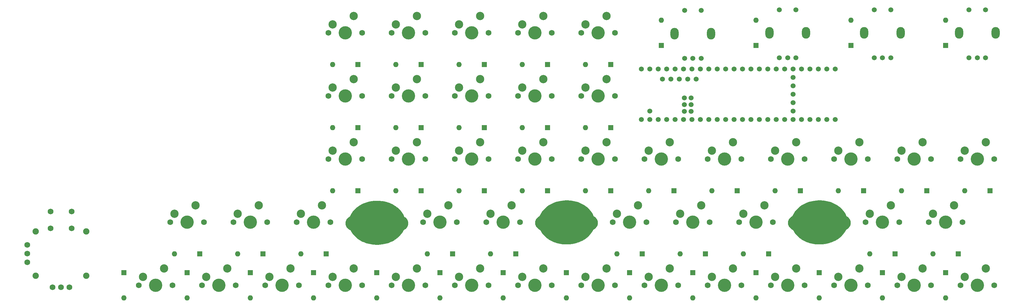
<source format=gbr>
%TF.GenerationSoftware,KiCad,Pcbnew,6.0.2-378541a8eb~116~ubuntu20.04.1*%
%TF.CreationDate,2022-02-21T21:33:11-06:00*%
%TF.ProjectId,LMN,4c4d4e2e-6b69-4636-9164-5f7063625858,rev?*%
%TF.SameCoordinates,Original*%
%TF.FileFunction,Soldermask,Bot*%
%TF.FilePolarity,Negative*%
%FSLAX46Y46*%
G04 Gerber Fmt 4.6, Leading zero omitted, Abs format (unit mm)*
G04 Created by KiCad (PCBNEW 6.0.2-378541a8eb~116~ubuntu20.04.1) date 2022-02-21 21:33:11*
%MOMM*%
%LPD*%
G01*
G04 APERTURE LIST*
%ADD10C,0.105833*%
%ADD11C,0.100167*%
%ADD12C,1.750000*%
%ADD13C,4.000000*%
%ADD14C,2.500000*%
%ADD15C,1.500000*%
%ADD16O,2.500000X3.500000*%
%ADD17C,1.897000*%
%ADD18R,1.600000X1.600000*%
%ADD19O,1.600000X1.600000*%
G04 APERTURE END LIST*
D10*
X271895404Y-95396550D02*
X271892089Y-95278275D01*
X271892089Y-95278275D02*
X271882252Y-95161552D01*
X271882252Y-95161552D02*
X271866052Y-95046527D01*
X271866052Y-95046527D02*
X271843650Y-94933343D01*
X271843650Y-94933343D02*
X271815205Y-94822145D01*
X271815205Y-94822145D02*
X271780877Y-94713078D01*
X271780877Y-94713078D02*
X271740828Y-94606285D01*
X271740828Y-94606285D02*
X271695216Y-94501911D01*
X271695216Y-94501911D02*
X271644201Y-94400101D01*
X271644201Y-94400101D02*
X271587945Y-94300998D01*
X271587945Y-94300998D02*
X271526607Y-94204749D01*
X271526607Y-94204749D02*
X271460346Y-94111495D01*
X271460346Y-94111495D02*
X271389323Y-94021384D01*
X271389323Y-94021384D02*
X271313699Y-93934557D01*
X271313699Y-93934557D02*
X271233632Y-93851161D01*
X271233632Y-93851161D02*
X271149284Y-93771339D01*
X271149284Y-93771339D02*
X271060814Y-93695237D01*
X271060814Y-93695237D02*
X270968382Y-93622997D01*
X270968382Y-93622997D02*
X270872149Y-93554765D01*
X270872149Y-93554765D02*
X270772274Y-93490685D01*
X270772274Y-93490685D02*
X270668918Y-93430902D01*
X270668918Y-93430902D02*
X270562240Y-93375559D01*
X270562240Y-93375559D02*
X270452400Y-93324802D01*
X270452400Y-93324802D02*
X270339560Y-93278775D01*
X270339560Y-93278775D02*
X270223878Y-93237622D01*
X270223878Y-93237622D02*
X270105514Y-93201487D01*
X270105514Y-93201487D02*
X269984630Y-93170515D01*
X269984630Y-93170515D02*
X269861384Y-93144851D01*
X269861384Y-93144851D02*
X269735938Y-93124638D01*
X269735938Y-93124638D02*
X269608450Y-93110022D01*
X269608450Y-93110022D02*
X269479081Y-93101146D01*
X269479081Y-93101146D02*
X269347992Y-93098156D01*
X269347992Y-93098156D02*
X269216902Y-93101146D01*
X269216902Y-93101146D02*
X269087534Y-93110022D01*
X269087534Y-93110022D02*
X268960046Y-93124638D01*
X268960046Y-93124638D02*
X268834599Y-93144851D01*
X268834599Y-93144851D02*
X268711354Y-93170515D01*
X268711354Y-93170515D02*
X268590469Y-93201487D01*
X268590469Y-93201487D02*
X268472106Y-93237622D01*
X268472106Y-93237622D02*
X268356424Y-93278775D01*
X268356424Y-93278775D02*
X268243583Y-93324802D01*
X268243583Y-93324802D02*
X268133744Y-93375559D01*
X268133744Y-93375559D02*
X268027066Y-93430902D01*
X268027066Y-93430902D02*
X267923709Y-93490685D01*
X267923709Y-93490685D02*
X267823834Y-93554765D01*
X267823834Y-93554765D02*
X267727601Y-93622997D01*
X267727601Y-93622997D02*
X267635169Y-93695237D01*
X267635169Y-93695237D02*
X267546699Y-93771339D01*
X267546699Y-93771339D02*
X267462351Y-93851161D01*
X267462351Y-93851161D02*
X267382285Y-93934557D01*
X267382285Y-93934557D02*
X267306660Y-94021384D01*
X267306660Y-94021384D02*
X267235638Y-94111495D01*
X267235638Y-94111495D02*
X267169377Y-94204749D01*
X267169377Y-94204749D02*
X267108039Y-94300998D01*
X267108039Y-94300998D02*
X267051782Y-94400101D01*
X267051782Y-94400101D02*
X267000768Y-94501911D01*
X267000768Y-94501911D02*
X266955156Y-94606285D01*
X266955156Y-94606285D02*
X266915106Y-94713078D01*
X266915106Y-94713078D02*
X266880779Y-94822145D01*
X266880779Y-94822145D02*
X266852334Y-94933343D01*
X266852334Y-94933343D02*
X266829932Y-95046527D01*
X266829932Y-95046527D02*
X266813732Y-95161552D01*
X266813732Y-95161552D02*
X266803894Y-95278275D01*
X266803894Y-95278275D02*
X266800580Y-95396550D01*
X266800580Y-95396550D02*
X266803894Y-95514825D01*
X266803894Y-95514825D02*
X266813732Y-95631547D01*
X266813732Y-95631547D02*
X266829932Y-95746572D01*
X266829932Y-95746572D02*
X266852334Y-95859756D01*
X266852334Y-95859756D02*
X266880779Y-95970954D01*
X266880779Y-95970954D02*
X266915106Y-96080022D01*
X266915106Y-96080022D02*
X266955156Y-96186814D01*
X266955156Y-96186814D02*
X267000768Y-96291188D01*
X267000768Y-96291188D02*
X267051782Y-96392998D01*
X267051782Y-96392998D02*
X267108039Y-96492101D01*
X267108039Y-96492101D02*
X267169377Y-96588350D01*
X267169377Y-96588350D02*
X267235638Y-96681604D01*
X267235638Y-96681604D02*
X267306660Y-96771715D01*
X267306660Y-96771715D02*
X267382285Y-96858542D01*
X267382285Y-96858542D02*
X267462351Y-96941938D01*
X267462351Y-96941938D02*
X267546699Y-97021760D01*
X267546699Y-97021760D02*
X267635169Y-97097863D01*
X267635169Y-97097863D02*
X267727601Y-97170103D01*
X267727601Y-97170103D02*
X267823834Y-97238335D01*
X267823834Y-97238335D02*
X267923709Y-97302415D01*
X267923709Y-97302415D02*
X268027066Y-97362198D01*
X268027066Y-97362198D02*
X268133744Y-97417541D01*
X268133744Y-97417541D02*
X268243583Y-97468298D01*
X268243583Y-97468298D02*
X268356424Y-97514325D01*
X268356424Y-97514325D02*
X268472106Y-97555479D01*
X268472106Y-97555479D02*
X268590469Y-97591613D01*
X268590469Y-97591613D02*
X268711354Y-97622585D01*
X268711354Y-97622585D02*
X268834599Y-97648250D01*
X268834599Y-97648250D02*
X268960046Y-97668462D01*
X268960046Y-97668462D02*
X269087534Y-97683078D01*
X269087534Y-97683078D02*
X269216902Y-97691954D01*
X269216902Y-97691954D02*
X269347992Y-97694945D01*
X269347992Y-97694945D02*
X269479081Y-97691954D01*
X269479081Y-97691954D02*
X269608450Y-97683078D01*
X269608450Y-97683078D02*
X269735938Y-97668462D01*
X269735938Y-97668462D02*
X269861384Y-97648250D01*
X269861384Y-97648250D02*
X269984630Y-97622585D01*
X269984630Y-97622585D02*
X270105514Y-97591613D01*
X270105514Y-97591613D02*
X270223878Y-97555479D01*
X270223878Y-97555479D02*
X270339560Y-97514325D01*
X270339560Y-97514325D02*
X270452400Y-97468298D01*
X270452400Y-97468298D02*
X270562240Y-97417541D01*
X270562240Y-97417541D02*
X270668918Y-97362198D01*
X270668918Y-97362198D02*
X270772274Y-97302415D01*
X270772274Y-97302415D02*
X270872149Y-97238335D01*
X270872149Y-97238335D02*
X270968382Y-97170103D01*
X270968382Y-97170103D02*
X271060814Y-97097863D01*
X271060814Y-97097863D02*
X271149284Y-97021760D01*
X271149284Y-97021760D02*
X271233632Y-96941938D01*
X271233632Y-96941938D02*
X271313699Y-96858542D01*
X271313699Y-96858542D02*
X271389323Y-96771715D01*
X271389323Y-96771715D02*
X271460346Y-96681604D01*
X271460346Y-96681604D02*
X271526607Y-96588350D01*
X271526607Y-96588350D02*
X271587945Y-96492101D01*
X271587945Y-96492101D02*
X271644201Y-96392998D01*
X271644201Y-96392998D02*
X271695216Y-96291188D01*
X271695216Y-96291188D02*
X271740828Y-96186814D01*
X271740828Y-96186814D02*
X271780877Y-96080022D01*
X271780877Y-96080022D02*
X271815205Y-95970954D01*
X271815205Y-95970954D02*
X271843650Y-95859756D01*
X271843650Y-95859756D02*
X271866052Y-95746572D01*
X271866052Y-95746572D02*
X271882252Y-95631547D01*
X271882252Y-95631547D02*
X271892089Y-95514825D01*
X271892089Y-95514825D02*
X271895404Y-95396550D01*
X271895404Y-95396550D02*
X271895404Y-95396550D01*
G36*
X269479081Y-93101146D02*
G01*
X269608450Y-93110022D01*
X269735938Y-93124638D01*
X269861384Y-93144851D01*
X269984630Y-93170515D01*
X270105514Y-93201487D01*
X270223878Y-93237622D01*
X270339560Y-93278775D01*
X270452400Y-93324802D01*
X270562240Y-93375559D01*
X270668918Y-93430902D01*
X270772274Y-93490685D01*
X270872149Y-93554765D01*
X270968382Y-93622997D01*
X271060814Y-93695237D01*
X271149284Y-93771339D01*
X271233632Y-93851161D01*
X271313699Y-93934557D01*
X271389323Y-94021384D01*
X271460346Y-94111495D01*
X271526607Y-94204749D01*
X271587945Y-94300998D01*
X271644201Y-94400101D01*
X271695216Y-94501911D01*
X271740828Y-94606285D01*
X271780877Y-94713078D01*
X271815205Y-94822145D01*
X271843650Y-94933343D01*
X271866052Y-95046527D01*
X271882252Y-95161552D01*
X271892089Y-95278275D01*
X271895404Y-95396550D01*
X271892089Y-95514825D01*
X271882252Y-95631547D01*
X271866052Y-95746572D01*
X271843650Y-95859756D01*
X271815205Y-95970954D01*
X271780877Y-96080022D01*
X271740828Y-96186814D01*
X271695216Y-96291188D01*
X271644201Y-96392998D01*
X271587945Y-96492101D01*
X271526607Y-96588350D01*
X271460346Y-96681604D01*
X271389323Y-96771715D01*
X271313699Y-96858542D01*
X271233632Y-96941938D01*
X271149284Y-97021760D01*
X271060814Y-97097863D01*
X270968382Y-97170103D01*
X270872149Y-97238335D01*
X270772274Y-97302415D01*
X270668918Y-97362198D01*
X270562240Y-97417541D01*
X270452400Y-97468298D01*
X270339560Y-97514325D01*
X270223878Y-97555479D01*
X270105514Y-97591613D01*
X269984630Y-97622585D01*
X269861384Y-97648250D01*
X269735938Y-97668462D01*
X269608450Y-97683078D01*
X269479081Y-97691954D01*
X269347992Y-97694945D01*
X269216902Y-97691954D01*
X269087534Y-97683078D01*
X268960046Y-97668462D01*
X268834599Y-97648250D01*
X268711354Y-97622585D01*
X268590469Y-97591613D01*
X268472106Y-97555479D01*
X268356424Y-97514325D01*
X268243583Y-97468298D01*
X268133744Y-97417541D01*
X268027066Y-97362198D01*
X267923709Y-97302415D01*
X267823834Y-97238335D01*
X267727601Y-97170103D01*
X267635169Y-97097863D01*
X267546699Y-97021760D01*
X267462351Y-96941938D01*
X267382285Y-96858542D01*
X267306660Y-96771715D01*
X267235638Y-96681604D01*
X267169377Y-96588350D01*
X267108039Y-96492101D01*
X267051782Y-96392998D01*
X267000768Y-96291188D01*
X266955156Y-96186814D01*
X266915106Y-96080022D01*
X266880779Y-95970954D01*
X266852334Y-95859756D01*
X266829932Y-95746572D01*
X266813732Y-95631547D01*
X266803894Y-95514825D01*
X266800580Y-95396550D01*
X266803894Y-95278275D01*
X266813732Y-95161552D01*
X266829932Y-95046527D01*
X266852334Y-94933343D01*
X266880779Y-94822145D01*
X266915106Y-94713078D01*
X266955156Y-94606285D01*
X267000768Y-94501911D01*
X267051782Y-94400101D01*
X267108039Y-94300998D01*
X267169377Y-94204749D01*
X267235638Y-94111495D01*
X267306660Y-94021384D01*
X267382285Y-93934557D01*
X267462351Y-93851161D01*
X267546699Y-93771339D01*
X267635169Y-93695237D01*
X267727601Y-93622997D01*
X267823834Y-93554765D01*
X267923709Y-93490685D01*
X268027066Y-93430902D01*
X268133744Y-93375559D01*
X268243583Y-93324802D01*
X268356424Y-93278775D01*
X268472106Y-93237622D01*
X268590469Y-93201487D01*
X268711354Y-93170515D01*
X268834599Y-93144851D01*
X268960046Y-93124638D01*
X269087534Y-93110022D01*
X269216902Y-93101146D01*
X269347992Y-93098156D01*
X269479081Y-93101146D01*
G37*
X269479081Y-93101146D02*
X269608450Y-93110022D01*
X269735938Y-93124638D01*
X269861384Y-93144851D01*
X269984630Y-93170515D01*
X270105514Y-93201487D01*
X270223878Y-93237622D01*
X270339560Y-93278775D01*
X270452400Y-93324802D01*
X270562240Y-93375559D01*
X270668918Y-93430902D01*
X270772274Y-93490685D01*
X270872149Y-93554765D01*
X270968382Y-93622997D01*
X271060814Y-93695237D01*
X271149284Y-93771339D01*
X271233632Y-93851161D01*
X271313699Y-93934557D01*
X271389323Y-94021384D01*
X271460346Y-94111495D01*
X271526607Y-94204749D01*
X271587945Y-94300998D01*
X271644201Y-94400101D01*
X271695216Y-94501911D01*
X271740828Y-94606285D01*
X271780877Y-94713078D01*
X271815205Y-94822145D01*
X271843650Y-94933343D01*
X271866052Y-95046527D01*
X271882252Y-95161552D01*
X271892089Y-95278275D01*
X271895404Y-95396550D01*
X271892089Y-95514825D01*
X271882252Y-95631547D01*
X271866052Y-95746572D01*
X271843650Y-95859756D01*
X271815205Y-95970954D01*
X271780877Y-96080022D01*
X271740828Y-96186814D01*
X271695216Y-96291188D01*
X271644201Y-96392998D01*
X271587945Y-96492101D01*
X271526607Y-96588350D01*
X271460346Y-96681604D01*
X271389323Y-96771715D01*
X271313699Y-96858542D01*
X271233632Y-96941938D01*
X271149284Y-97021760D01*
X271060814Y-97097863D01*
X270968382Y-97170103D01*
X270872149Y-97238335D01*
X270772274Y-97302415D01*
X270668918Y-97362198D01*
X270562240Y-97417541D01*
X270452400Y-97468298D01*
X270339560Y-97514325D01*
X270223878Y-97555479D01*
X270105514Y-97591613D01*
X269984630Y-97622585D01*
X269861384Y-97648250D01*
X269735938Y-97668462D01*
X269608450Y-97683078D01*
X269479081Y-97691954D01*
X269347992Y-97694945D01*
X269216902Y-97691954D01*
X269087534Y-97683078D01*
X268960046Y-97668462D01*
X268834599Y-97648250D01*
X268711354Y-97622585D01*
X268590469Y-97591613D01*
X268472106Y-97555479D01*
X268356424Y-97514325D01*
X268243583Y-97468298D01*
X268133744Y-97417541D01*
X268027066Y-97362198D01*
X267923709Y-97302415D01*
X267823834Y-97238335D01*
X267727601Y-97170103D01*
X267635169Y-97097863D01*
X267546699Y-97021760D01*
X267462351Y-96941938D01*
X267382285Y-96858542D01*
X267306660Y-96771715D01*
X267235638Y-96681604D01*
X267169377Y-96588350D01*
X267108039Y-96492101D01*
X267051782Y-96392998D01*
X267000768Y-96291188D01*
X266955156Y-96186814D01*
X266915106Y-96080022D01*
X266880779Y-95970954D01*
X266852334Y-95859756D01*
X266829932Y-95746572D01*
X266813732Y-95631547D01*
X266803894Y-95514825D01*
X266800580Y-95396550D01*
X266803894Y-95278275D01*
X266813732Y-95161552D01*
X266829932Y-95046527D01*
X266852334Y-94933343D01*
X266880779Y-94822145D01*
X266915106Y-94713078D01*
X266955156Y-94606285D01*
X267000768Y-94501911D01*
X267051782Y-94400101D01*
X267108039Y-94300998D01*
X267169377Y-94204749D01*
X267235638Y-94111495D01*
X267306660Y-94021384D01*
X267382285Y-93934557D01*
X267462351Y-93851161D01*
X267546699Y-93771339D01*
X267635169Y-93695237D01*
X267727601Y-93622997D01*
X267823834Y-93554765D01*
X267923709Y-93490685D01*
X268027066Y-93430902D01*
X268133744Y-93375559D01*
X268243583Y-93324802D01*
X268356424Y-93278775D01*
X268472106Y-93237622D01*
X268590469Y-93201487D01*
X268711354Y-93170515D01*
X268834599Y-93144851D01*
X268960046Y-93124638D01*
X269087534Y-93110022D01*
X269216902Y-93101146D01*
X269347992Y-93098156D01*
X269479081Y-93101146D01*
X285649420Y-95398644D02*
X285646105Y-95280368D01*
X285646105Y-95280368D02*
X285636268Y-95163646D01*
X285636268Y-95163646D02*
X285620068Y-95048621D01*
X285620068Y-95048621D02*
X285597666Y-94935437D01*
X285597666Y-94935437D02*
X285569221Y-94824239D01*
X285569221Y-94824239D02*
X285534893Y-94715171D01*
X285534893Y-94715171D02*
X285494844Y-94608378D01*
X285494844Y-94608378D02*
X285449232Y-94504004D01*
X285449232Y-94504004D02*
X285398218Y-94402194D01*
X285398218Y-94402194D02*
X285341961Y-94303092D01*
X285341961Y-94303092D02*
X285280623Y-94206842D01*
X285280623Y-94206842D02*
X285214362Y-94113589D01*
X285214362Y-94113589D02*
X285143339Y-94023477D01*
X285143339Y-94023477D02*
X285067715Y-93936651D01*
X285067715Y-93936651D02*
X284987649Y-93853255D01*
X284987649Y-93853255D02*
X284903300Y-93773433D01*
X284903300Y-93773433D02*
X284814830Y-93697330D01*
X284814830Y-93697330D02*
X284722399Y-93625090D01*
X284722399Y-93625090D02*
X284626165Y-93556858D01*
X284626165Y-93556858D02*
X284526290Y-93492779D01*
X284526290Y-93492779D02*
X284422934Y-93432995D01*
X284422934Y-93432995D02*
X284316256Y-93377653D01*
X284316256Y-93377653D02*
X284206416Y-93326896D01*
X284206416Y-93326896D02*
X284093576Y-93280868D01*
X284093576Y-93280868D02*
X283977894Y-93239715D01*
X283977894Y-93239715D02*
X283859530Y-93203580D01*
X283859530Y-93203580D02*
X283738646Y-93172609D01*
X283738646Y-93172609D02*
X283615400Y-93146944D01*
X283615400Y-93146944D02*
X283489954Y-93126732D01*
X283489954Y-93126732D02*
X283362466Y-93112116D01*
X283362466Y-93112116D02*
X283233097Y-93103240D01*
X283233097Y-93103240D02*
X283102008Y-93100249D01*
X283102008Y-93100249D02*
X282970918Y-93103240D01*
X282970918Y-93103240D02*
X282841550Y-93112116D01*
X282841550Y-93112116D02*
X282714062Y-93126732D01*
X282714062Y-93126732D02*
X282588615Y-93146944D01*
X282588615Y-93146944D02*
X282465370Y-93172609D01*
X282465370Y-93172609D02*
X282344485Y-93203580D01*
X282344485Y-93203580D02*
X282226122Y-93239715D01*
X282226122Y-93239715D02*
X282110440Y-93280868D01*
X282110440Y-93280868D02*
X281997599Y-93326896D01*
X281997599Y-93326896D02*
X281887760Y-93377653D01*
X281887760Y-93377653D02*
X281781082Y-93432995D01*
X281781082Y-93432995D02*
X281677726Y-93492779D01*
X281677726Y-93492779D02*
X281577851Y-93556858D01*
X281577851Y-93556858D02*
X281481617Y-93625090D01*
X281481617Y-93625090D02*
X281389185Y-93697330D01*
X281389185Y-93697330D02*
X281300715Y-93773433D01*
X281300715Y-93773433D02*
X281216367Y-93853255D01*
X281216367Y-93853255D02*
X281136301Y-93936651D01*
X281136301Y-93936651D02*
X281060676Y-94023477D01*
X281060676Y-94023477D02*
X280989654Y-94113589D01*
X280989654Y-94113589D02*
X280923393Y-94206842D01*
X280923393Y-94206842D02*
X280862055Y-94303092D01*
X280862055Y-94303092D02*
X280805798Y-94402194D01*
X280805798Y-94402194D02*
X280754784Y-94504004D01*
X280754784Y-94504004D02*
X280709172Y-94608378D01*
X280709172Y-94608378D02*
X280669122Y-94715171D01*
X280669122Y-94715171D02*
X280634795Y-94824239D01*
X280634795Y-94824239D02*
X280606350Y-94935437D01*
X280606350Y-94935437D02*
X280583948Y-95048621D01*
X280583948Y-95048621D02*
X280567748Y-95163646D01*
X280567748Y-95163646D02*
X280557910Y-95280368D01*
X280557910Y-95280368D02*
X280554596Y-95398644D01*
X280554596Y-95398644D02*
X280557910Y-95516918D01*
X280557910Y-95516918D02*
X280567748Y-95633641D01*
X280567748Y-95633641D02*
X280583948Y-95748666D01*
X280583948Y-95748666D02*
X280606350Y-95861850D01*
X280606350Y-95861850D02*
X280634795Y-95973048D01*
X280634795Y-95973048D02*
X280669122Y-96082115D01*
X280669122Y-96082115D02*
X280709172Y-96188908D01*
X280709172Y-96188908D02*
X280754784Y-96293282D01*
X280754784Y-96293282D02*
X280805798Y-96395092D01*
X280805798Y-96395092D02*
X280862055Y-96494194D01*
X280862055Y-96494194D02*
X280923393Y-96590444D01*
X280923393Y-96590444D02*
X280989654Y-96683697D01*
X280989654Y-96683697D02*
X281060676Y-96773809D01*
X281060676Y-96773809D02*
X281136301Y-96860635D01*
X281136301Y-96860635D02*
X281216367Y-96944032D01*
X281216367Y-96944032D02*
X281300715Y-97023853D01*
X281300715Y-97023853D02*
X281389185Y-97099956D01*
X281389185Y-97099956D02*
X281481617Y-97172196D01*
X281481617Y-97172196D02*
X281577851Y-97240428D01*
X281577851Y-97240428D02*
X281677726Y-97304508D01*
X281677726Y-97304508D02*
X281781082Y-97364292D01*
X281781082Y-97364292D02*
X281887760Y-97419634D01*
X281887760Y-97419634D02*
X281997599Y-97470391D01*
X281997599Y-97470391D02*
X282110440Y-97516419D01*
X282110440Y-97516419D02*
X282226122Y-97557572D01*
X282226122Y-97557572D02*
X282344485Y-97593707D01*
X282344485Y-97593707D02*
X282465370Y-97624679D01*
X282465370Y-97624679D02*
X282588615Y-97650343D01*
X282588615Y-97650343D02*
X282714062Y-97670556D01*
X282714062Y-97670556D02*
X282841550Y-97685172D01*
X282841550Y-97685172D02*
X282970918Y-97694048D01*
X282970918Y-97694048D02*
X283102008Y-97697038D01*
X283102008Y-97697038D02*
X283233097Y-97694048D01*
X283233097Y-97694048D02*
X283362466Y-97685172D01*
X283362466Y-97685172D02*
X283489954Y-97670556D01*
X283489954Y-97670556D02*
X283615400Y-97650343D01*
X283615400Y-97650343D02*
X283738646Y-97624679D01*
X283738646Y-97624679D02*
X283859530Y-97593707D01*
X283859530Y-97593707D02*
X283977894Y-97557572D01*
X283977894Y-97557572D02*
X284093576Y-97516419D01*
X284093576Y-97516419D02*
X284206416Y-97470391D01*
X284206416Y-97470391D02*
X284316256Y-97419634D01*
X284316256Y-97419634D02*
X284422934Y-97364292D01*
X284422934Y-97364292D02*
X284526290Y-97304508D01*
X284526290Y-97304508D02*
X284626165Y-97240428D01*
X284626165Y-97240428D02*
X284722399Y-97172196D01*
X284722399Y-97172196D02*
X284814830Y-97099956D01*
X284814830Y-97099956D02*
X284903300Y-97023853D01*
X284903300Y-97023853D02*
X284987649Y-96944032D01*
X284987649Y-96944032D02*
X285067715Y-96860635D01*
X285067715Y-96860635D02*
X285143339Y-96773809D01*
X285143339Y-96773809D02*
X285214362Y-96683697D01*
X285214362Y-96683697D02*
X285280623Y-96590444D01*
X285280623Y-96590444D02*
X285341961Y-96494194D01*
X285341961Y-96494194D02*
X285398218Y-96395092D01*
X285398218Y-96395092D02*
X285449232Y-96293282D01*
X285449232Y-96293282D02*
X285494844Y-96188908D01*
X285494844Y-96188908D02*
X285534893Y-96082115D01*
X285534893Y-96082115D02*
X285569221Y-95973048D01*
X285569221Y-95973048D02*
X285597666Y-95861850D01*
X285597666Y-95861850D02*
X285620068Y-95748666D01*
X285620068Y-95748666D02*
X285636268Y-95633641D01*
X285636268Y-95633641D02*
X285646105Y-95516918D01*
X285646105Y-95516918D02*
X285649420Y-95398644D01*
X285649420Y-95398644D02*
X285649420Y-95398644D01*
G36*
X283233097Y-93103240D02*
G01*
X283362466Y-93112116D01*
X283489954Y-93126732D01*
X283615400Y-93146944D01*
X283738646Y-93172609D01*
X283859530Y-93203580D01*
X283977894Y-93239715D01*
X284093576Y-93280868D01*
X284206416Y-93326896D01*
X284316256Y-93377653D01*
X284422934Y-93432995D01*
X284526290Y-93492779D01*
X284626165Y-93556858D01*
X284722399Y-93625090D01*
X284814830Y-93697330D01*
X284903300Y-93773433D01*
X284987649Y-93853255D01*
X285067715Y-93936651D01*
X285143339Y-94023477D01*
X285214362Y-94113589D01*
X285280623Y-94206842D01*
X285341961Y-94303092D01*
X285398218Y-94402194D01*
X285449232Y-94504004D01*
X285494844Y-94608378D01*
X285534893Y-94715171D01*
X285569221Y-94824239D01*
X285597666Y-94935437D01*
X285620068Y-95048621D01*
X285636268Y-95163646D01*
X285646105Y-95280368D01*
X285649420Y-95398644D01*
X285646105Y-95516918D01*
X285636268Y-95633641D01*
X285620068Y-95748666D01*
X285597666Y-95861850D01*
X285569221Y-95973048D01*
X285534893Y-96082115D01*
X285494844Y-96188908D01*
X285449232Y-96293282D01*
X285398218Y-96395092D01*
X285341961Y-96494194D01*
X285280623Y-96590444D01*
X285214362Y-96683697D01*
X285143339Y-96773809D01*
X285067715Y-96860635D01*
X284987649Y-96944032D01*
X284903300Y-97023853D01*
X284814830Y-97099956D01*
X284722399Y-97172196D01*
X284626165Y-97240428D01*
X284526290Y-97304508D01*
X284422934Y-97364292D01*
X284316256Y-97419634D01*
X284206416Y-97470391D01*
X284093576Y-97516419D01*
X283977894Y-97557572D01*
X283859530Y-97593707D01*
X283738646Y-97624679D01*
X283615400Y-97650343D01*
X283489954Y-97670556D01*
X283362466Y-97685172D01*
X283233097Y-97694048D01*
X283102008Y-97697038D01*
X282970918Y-97694048D01*
X282841550Y-97685172D01*
X282714062Y-97670556D01*
X282588615Y-97650343D01*
X282465370Y-97624679D01*
X282344485Y-97593707D01*
X282226122Y-97557572D01*
X282110440Y-97516419D01*
X281997599Y-97470391D01*
X281887760Y-97419634D01*
X281781082Y-97364292D01*
X281677726Y-97304508D01*
X281577851Y-97240428D01*
X281481617Y-97172196D01*
X281389185Y-97099956D01*
X281300715Y-97023853D01*
X281216367Y-96944032D01*
X281136301Y-96860635D01*
X281060676Y-96773809D01*
X280989654Y-96683697D01*
X280923393Y-96590444D01*
X280862055Y-96494194D01*
X280805798Y-96395092D01*
X280754784Y-96293282D01*
X280709172Y-96188908D01*
X280669122Y-96082115D01*
X280634795Y-95973048D01*
X280606350Y-95861850D01*
X280583948Y-95748666D01*
X280567748Y-95633641D01*
X280557910Y-95516918D01*
X280554596Y-95398644D01*
X280557910Y-95280368D01*
X280567748Y-95163646D01*
X280583948Y-95048621D01*
X280606350Y-94935437D01*
X280634795Y-94824239D01*
X280669122Y-94715171D01*
X280709172Y-94608378D01*
X280754784Y-94504004D01*
X280805798Y-94402194D01*
X280862055Y-94303092D01*
X280923393Y-94206842D01*
X280989654Y-94113589D01*
X281060676Y-94023477D01*
X281136301Y-93936651D01*
X281216367Y-93853255D01*
X281300715Y-93773433D01*
X281389185Y-93697330D01*
X281481617Y-93625090D01*
X281577851Y-93556858D01*
X281677726Y-93492779D01*
X281781082Y-93432995D01*
X281887760Y-93377653D01*
X281997599Y-93326896D01*
X282110440Y-93280868D01*
X282226122Y-93239715D01*
X282344485Y-93203580D01*
X282465370Y-93172609D01*
X282588615Y-93146944D01*
X282714062Y-93126732D01*
X282841550Y-93112116D01*
X282970918Y-93103240D01*
X283102008Y-93100249D01*
X283233097Y-93103240D01*
G37*
X283233097Y-93103240D02*
X283362466Y-93112116D01*
X283489954Y-93126732D01*
X283615400Y-93146944D01*
X283738646Y-93172609D01*
X283859530Y-93203580D01*
X283977894Y-93239715D01*
X284093576Y-93280868D01*
X284206416Y-93326896D01*
X284316256Y-93377653D01*
X284422934Y-93432995D01*
X284526290Y-93492779D01*
X284626165Y-93556858D01*
X284722399Y-93625090D01*
X284814830Y-93697330D01*
X284903300Y-93773433D01*
X284987649Y-93853255D01*
X285067715Y-93936651D01*
X285143339Y-94023477D01*
X285214362Y-94113589D01*
X285280623Y-94206842D01*
X285341961Y-94303092D01*
X285398218Y-94402194D01*
X285449232Y-94504004D01*
X285494844Y-94608378D01*
X285534893Y-94715171D01*
X285569221Y-94824239D01*
X285597666Y-94935437D01*
X285620068Y-95048621D01*
X285636268Y-95163646D01*
X285646105Y-95280368D01*
X285649420Y-95398644D01*
X285646105Y-95516918D01*
X285636268Y-95633641D01*
X285620068Y-95748666D01*
X285597666Y-95861850D01*
X285569221Y-95973048D01*
X285534893Y-96082115D01*
X285494844Y-96188908D01*
X285449232Y-96293282D01*
X285398218Y-96395092D01*
X285341961Y-96494194D01*
X285280623Y-96590444D01*
X285214362Y-96683697D01*
X285143339Y-96773809D01*
X285067715Y-96860635D01*
X284987649Y-96944032D01*
X284903300Y-97023853D01*
X284814830Y-97099956D01*
X284722399Y-97172196D01*
X284626165Y-97240428D01*
X284526290Y-97304508D01*
X284422934Y-97364292D01*
X284316256Y-97419634D01*
X284206416Y-97470391D01*
X284093576Y-97516419D01*
X283977894Y-97557572D01*
X283859530Y-97593707D01*
X283738646Y-97624679D01*
X283615400Y-97650343D01*
X283489954Y-97670556D01*
X283362466Y-97685172D01*
X283233097Y-97694048D01*
X283102008Y-97697038D01*
X282970918Y-97694048D01*
X282841550Y-97685172D01*
X282714062Y-97670556D01*
X282588615Y-97650343D01*
X282465370Y-97624679D01*
X282344485Y-97593707D01*
X282226122Y-97557572D01*
X282110440Y-97516419D01*
X281997599Y-97470391D01*
X281887760Y-97419634D01*
X281781082Y-97364292D01*
X281677726Y-97304508D01*
X281577851Y-97240428D01*
X281481617Y-97172196D01*
X281389185Y-97099956D01*
X281300715Y-97023853D01*
X281216367Y-96944032D01*
X281136301Y-96860635D01*
X281060676Y-96773809D01*
X280989654Y-96683697D01*
X280923393Y-96590444D01*
X280862055Y-96494194D01*
X280805798Y-96395092D01*
X280754784Y-96293282D01*
X280709172Y-96188908D01*
X280669122Y-96082115D01*
X280634795Y-95973048D01*
X280606350Y-95861850D01*
X280583948Y-95748666D01*
X280567748Y-95633641D01*
X280557910Y-95516918D01*
X280554596Y-95398644D01*
X280557910Y-95280368D01*
X280567748Y-95163646D01*
X280583948Y-95048621D01*
X280606350Y-94935437D01*
X280634795Y-94824239D01*
X280669122Y-94715171D01*
X280709172Y-94608378D01*
X280754784Y-94504004D01*
X280805798Y-94402194D01*
X280862055Y-94303092D01*
X280923393Y-94206842D01*
X280989654Y-94113589D01*
X281060676Y-94023477D01*
X281136301Y-93936651D01*
X281216367Y-93853255D01*
X281300715Y-93773433D01*
X281389185Y-93697330D01*
X281481617Y-93625090D01*
X281577851Y-93556858D01*
X281677726Y-93492779D01*
X281781082Y-93432995D01*
X281887760Y-93377653D01*
X281997599Y-93326896D01*
X282110440Y-93280868D01*
X282226122Y-93239715D01*
X282344485Y-93203580D01*
X282465370Y-93172609D01*
X282588615Y-93146944D01*
X282714062Y-93126732D01*
X282841550Y-93112116D01*
X282970918Y-93103240D01*
X283102008Y-93100249D01*
X283233097Y-93103240D01*
D11*
X267835470Y-95250002D02*
X267846463Y-95590026D01*
X267846463Y-95590026D02*
X267879085Y-95925587D01*
X267879085Y-95925587D02*
X267932807Y-96256269D01*
X267932807Y-96256269D02*
X268007098Y-96581657D01*
X268007098Y-96581657D02*
X268101426Y-96901335D01*
X268101426Y-96901335D02*
X268215262Y-97214890D01*
X268215262Y-97214890D02*
X268348074Y-97521904D01*
X268348074Y-97521904D02*
X268499332Y-97821964D01*
X268499332Y-97821964D02*
X268668505Y-98114655D01*
X268668505Y-98114655D02*
X268855062Y-98399560D01*
X268855062Y-98399560D02*
X269058472Y-98676265D01*
X269058472Y-98676265D02*
X269278204Y-98944354D01*
X269278204Y-98944354D02*
X269513728Y-99203413D01*
X269513728Y-99203413D02*
X269764514Y-99453027D01*
X269764514Y-99453027D02*
X270030029Y-99692779D01*
X270030029Y-99692779D02*
X270309743Y-99922256D01*
X270309743Y-99922256D02*
X270603126Y-100141041D01*
X270603126Y-100141041D02*
X270909647Y-100348720D01*
X270909647Y-100348720D02*
X271228775Y-100544877D01*
X271228775Y-100544877D02*
X271559979Y-100729098D01*
X271559979Y-100729098D02*
X271902729Y-100900967D01*
X271902729Y-100900967D02*
X272256493Y-101060069D01*
X272256493Y-101060069D02*
X272620741Y-101205989D01*
X272620741Y-101205989D02*
X272994942Y-101338311D01*
X272994942Y-101338311D02*
X273378565Y-101456621D01*
X273378565Y-101456621D02*
X273771080Y-101560503D01*
X273771080Y-101560503D02*
X274171956Y-101649543D01*
X274171956Y-101649543D02*
X274580661Y-101723324D01*
X274580661Y-101723324D02*
X274996666Y-101781432D01*
X274996666Y-101781432D02*
X275419439Y-101823452D01*
X275419439Y-101823452D02*
X275848449Y-101848968D01*
X275848449Y-101848968D02*
X276283166Y-101857566D01*
X276283166Y-101857566D02*
X276717884Y-101848968D01*
X276717884Y-101848968D02*
X277146894Y-101823452D01*
X277146894Y-101823452D02*
X277985672Y-101723324D01*
X277985672Y-101723324D02*
X278795253Y-101560503D01*
X278795253Y-101560503D02*
X279571391Y-101338311D01*
X279571391Y-101338311D02*
X280309840Y-101060069D01*
X280309840Y-101060069D02*
X281006353Y-100729098D01*
X281006353Y-100729098D02*
X281656685Y-100348720D01*
X281656685Y-100348720D02*
X282256589Y-99922256D01*
X282256589Y-99922256D02*
X282536304Y-99692779D01*
X282536304Y-99692779D02*
X282801819Y-99453027D01*
X282801819Y-99453027D02*
X283052604Y-99203413D01*
X283052604Y-99203413D02*
X283288128Y-98944354D01*
X283288128Y-98944354D02*
X283507861Y-98676265D01*
X283507861Y-98676265D02*
X283711271Y-98399560D01*
X283711271Y-98399560D02*
X283897828Y-98114655D01*
X283897828Y-98114655D02*
X284067000Y-97821964D01*
X284067000Y-97821964D02*
X284218258Y-97521904D01*
X284218258Y-97521904D02*
X284351071Y-97214890D01*
X284351071Y-97214890D02*
X284464906Y-96901335D01*
X284464906Y-96901335D02*
X284559235Y-96581657D01*
X284559235Y-96581657D02*
X284633526Y-96256269D01*
X284633526Y-96256269D02*
X284687248Y-95925587D01*
X284687248Y-95925587D02*
X284719870Y-95590026D01*
X284719870Y-95590026D02*
X284730862Y-95250002D01*
X284730862Y-95250002D02*
X284719870Y-94909977D01*
X284719870Y-94909977D02*
X284687248Y-94574416D01*
X284687248Y-94574416D02*
X284633526Y-94243734D01*
X284633526Y-94243734D02*
X284559235Y-93918347D01*
X284559235Y-93918347D02*
X284464906Y-93598668D01*
X284464906Y-93598668D02*
X284351071Y-93285113D01*
X284351071Y-93285113D02*
X284218258Y-92978099D01*
X284218258Y-92978099D02*
X284067000Y-92678039D01*
X284067000Y-92678039D02*
X283897828Y-92385348D01*
X283897828Y-92385348D02*
X283711271Y-92100443D01*
X283711271Y-92100443D02*
X283507861Y-91823738D01*
X283507861Y-91823738D02*
X283288128Y-91555648D01*
X283288128Y-91555648D02*
X283052604Y-91296589D01*
X283052604Y-91296589D02*
X282801819Y-91046975D01*
X282801819Y-91046975D02*
X282536304Y-90807223D01*
X282536304Y-90807223D02*
X282256589Y-90577746D01*
X282256589Y-90577746D02*
X281963206Y-90358961D01*
X281963206Y-90358961D02*
X281656685Y-90151282D01*
X281656685Y-90151282D02*
X281337557Y-89955124D01*
X281337557Y-89955124D02*
X281006353Y-89770903D01*
X281006353Y-89770903D02*
X280663604Y-89599034D01*
X280663604Y-89599034D02*
X280309840Y-89439932D01*
X280309840Y-89439932D02*
X279945592Y-89294012D01*
X279945592Y-89294012D02*
X279571391Y-89161690D01*
X279571391Y-89161690D02*
X279187767Y-89043380D01*
X279187767Y-89043380D02*
X278795253Y-88939497D01*
X278795253Y-88939497D02*
X278394377Y-88850458D01*
X278394377Y-88850458D02*
X277985672Y-88776676D01*
X277985672Y-88776676D02*
X277569667Y-88718568D01*
X277569667Y-88718568D02*
X277146894Y-88676548D01*
X277146894Y-88676548D02*
X276717884Y-88651032D01*
X276717884Y-88651032D02*
X276283166Y-88642434D01*
X276283166Y-88642434D02*
X275848449Y-88651032D01*
X275848449Y-88651032D02*
X275419439Y-88676548D01*
X275419439Y-88676548D02*
X274580661Y-88776676D01*
X274580661Y-88776676D02*
X273771080Y-88939497D01*
X273771080Y-88939497D02*
X272994942Y-89161690D01*
X272994942Y-89161690D02*
X272256493Y-89439932D01*
X272256493Y-89439932D02*
X271559979Y-89770903D01*
X271559979Y-89770903D02*
X270909647Y-90151282D01*
X270909647Y-90151282D02*
X270309743Y-90577746D01*
X270309743Y-90577746D02*
X270030029Y-90807223D01*
X270030029Y-90807223D02*
X269764514Y-91046975D01*
X269764514Y-91046975D02*
X269513728Y-91296589D01*
X269513728Y-91296589D02*
X269278204Y-91555648D01*
X269278204Y-91555648D02*
X269058472Y-91823738D01*
X269058472Y-91823738D02*
X268855062Y-92100443D01*
X268855062Y-92100443D02*
X268668505Y-92385348D01*
X268668505Y-92385348D02*
X268499332Y-92678039D01*
X268499332Y-92678039D02*
X268348074Y-92978099D01*
X268348074Y-92978099D02*
X268215262Y-93285113D01*
X268215262Y-93285113D02*
X268101426Y-93598668D01*
X268101426Y-93598668D02*
X268007098Y-93918347D01*
X268007098Y-93918347D02*
X267932807Y-94243734D01*
X267932807Y-94243734D02*
X267879085Y-94574416D01*
X267879085Y-94574416D02*
X267846463Y-94909977D01*
X267846463Y-94909977D02*
X267835470Y-95250002D01*
X267835470Y-95250002D02*
X267835470Y-95250002D01*
G36*
X276717884Y-88651032D02*
G01*
X277146894Y-88676548D01*
X277569667Y-88718568D01*
X277985672Y-88776676D01*
X278394377Y-88850458D01*
X278795253Y-88939497D01*
X279187767Y-89043380D01*
X279571391Y-89161690D01*
X279945592Y-89294012D01*
X280309840Y-89439932D01*
X280663604Y-89599034D01*
X281006353Y-89770903D01*
X281337557Y-89955124D01*
X281656685Y-90151282D01*
X281963206Y-90358961D01*
X282256589Y-90577746D01*
X282536304Y-90807223D01*
X282801819Y-91046975D01*
X283052604Y-91296589D01*
X283288128Y-91555648D01*
X283507861Y-91823738D01*
X283711271Y-92100443D01*
X283897828Y-92385348D01*
X284067000Y-92678039D01*
X284218258Y-92978099D01*
X284351071Y-93285113D01*
X284464906Y-93598668D01*
X284559235Y-93918347D01*
X284633526Y-94243734D01*
X284687248Y-94574416D01*
X284719870Y-94909977D01*
X284730862Y-95250002D01*
X284719870Y-95590026D01*
X284687248Y-95925587D01*
X284633526Y-96256269D01*
X284559235Y-96581657D01*
X284464906Y-96901335D01*
X284351071Y-97214890D01*
X284218258Y-97521904D01*
X284067000Y-97821964D01*
X283897828Y-98114655D01*
X283711271Y-98399560D01*
X283507861Y-98676265D01*
X283288128Y-98944354D01*
X283052604Y-99203413D01*
X282801819Y-99453027D01*
X282536304Y-99692779D01*
X282256589Y-99922256D01*
X281656685Y-100348720D01*
X281006353Y-100729098D01*
X280309840Y-101060069D01*
X279571391Y-101338311D01*
X278795253Y-101560503D01*
X277985672Y-101723324D01*
X277146894Y-101823452D01*
X276717884Y-101848968D01*
X276283166Y-101857566D01*
X275848449Y-101848968D01*
X275419439Y-101823452D01*
X274996666Y-101781432D01*
X274580661Y-101723324D01*
X274171956Y-101649543D01*
X273771080Y-101560503D01*
X273378565Y-101456621D01*
X272994942Y-101338311D01*
X272620741Y-101205989D01*
X272256493Y-101060069D01*
X271902729Y-100900967D01*
X271559979Y-100729098D01*
X271228775Y-100544877D01*
X270909647Y-100348720D01*
X270603126Y-100141041D01*
X270309743Y-99922256D01*
X270030029Y-99692779D01*
X269764514Y-99453027D01*
X269513728Y-99203413D01*
X269278204Y-98944354D01*
X269058472Y-98676265D01*
X268855062Y-98399560D01*
X268668505Y-98114655D01*
X268499332Y-97821964D01*
X268348074Y-97521904D01*
X268215262Y-97214890D01*
X268101426Y-96901335D01*
X268007098Y-96581657D01*
X267932807Y-96256269D01*
X267879085Y-95925587D01*
X267846463Y-95590026D01*
X267835470Y-95250002D01*
X267846463Y-94909977D01*
X267879085Y-94574416D01*
X267932807Y-94243734D01*
X268007098Y-93918347D01*
X268101426Y-93598668D01*
X268215262Y-93285113D01*
X268348074Y-92978099D01*
X268499332Y-92678039D01*
X268668505Y-92385348D01*
X268855062Y-92100443D01*
X269058472Y-91823738D01*
X269278204Y-91555648D01*
X269513728Y-91296589D01*
X269764514Y-91046975D01*
X270030029Y-90807223D01*
X270309743Y-90577746D01*
X270909647Y-90151282D01*
X271559979Y-89770903D01*
X272256493Y-89439932D01*
X272994942Y-89161690D01*
X273771080Y-88939497D01*
X274580661Y-88776676D01*
X275419439Y-88676548D01*
X275848449Y-88651032D01*
X276283166Y-88642434D01*
X276717884Y-88651032D01*
G37*
X276717884Y-88651032D02*
X277146894Y-88676548D01*
X277569667Y-88718568D01*
X277985672Y-88776676D01*
X278394377Y-88850458D01*
X278795253Y-88939497D01*
X279187767Y-89043380D01*
X279571391Y-89161690D01*
X279945592Y-89294012D01*
X280309840Y-89439932D01*
X280663604Y-89599034D01*
X281006353Y-89770903D01*
X281337557Y-89955124D01*
X281656685Y-90151282D01*
X281963206Y-90358961D01*
X282256589Y-90577746D01*
X282536304Y-90807223D01*
X282801819Y-91046975D01*
X283052604Y-91296589D01*
X283288128Y-91555648D01*
X283507861Y-91823738D01*
X283711271Y-92100443D01*
X283897828Y-92385348D01*
X284067000Y-92678039D01*
X284218258Y-92978099D01*
X284351071Y-93285113D01*
X284464906Y-93598668D01*
X284559235Y-93918347D01*
X284633526Y-94243734D01*
X284687248Y-94574416D01*
X284719870Y-94909977D01*
X284730862Y-95250002D01*
X284719870Y-95590026D01*
X284687248Y-95925587D01*
X284633526Y-96256269D01*
X284559235Y-96581657D01*
X284464906Y-96901335D01*
X284351071Y-97214890D01*
X284218258Y-97521904D01*
X284067000Y-97821964D01*
X283897828Y-98114655D01*
X283711271Y-98399560D01*
X283507861Y-98676265D01*
X283288128Y-98944354D01*
X283052604Y-99203413D01*
X282801819Y-99453027D01*
X282536304Y-99692779D01*
X282256589Y-99922256D01*
X281656685Y-100348720D01*
X281006353Y-100729098D01*
X280309840Y-101060069D01*
X279571391Y-101338311D01*
X278795253Y-101560503D01*
X277985672Y-101723324D01*
X277146894Y-101823452D01*
X276717884Y-101848968D01*
X276283166Y-101857566D01*
X275848449Y-101848968D01*
X275419439Y-101823452D01*
X274996666Y-101781432D01*
X274580661Y-101723324D01*
X274171956Y-101649543D01*
X273771080Y-101560503D01*
X273378565Y-101456621D01*
X272994942Y-101338311D01*
X272620741Y-101205989D01*
X272256493Y-101060069D01*
X271902729Y-100900967D01*
X271559979Y-100729098D01*
X271228775Y-100544877D01*
X270909647Y-100348720D01*
X270603126Y-100141041D01*
X270309743Y-99922256D01*
X270030029Y-99692779D01*
X269764514Y-99453027D01*
X269513728Y-99203413D01*
X269278204Y-98944354D01*
X269058472Y-98676265D01*
X268855062Y-98399560D01*
X268668505Y-98114655D01*
X268499332Y-97821964D01*
X268348074Y-97521904D01*
X268215262Y-97214890D01*
X268101426Y-96901335D01*
X268007098Y-96581657D01*
X267932807Y-96256269D01*
X267879085Y-95925587D01*
X267846463Y-95590026D01*
X267835470Y-95250002D01*
X267846463Y-94909977D01*
X267879085Y-94574416D01*
X267932807Y-94243734D01*
X268007098Y-93918347D01*
X268101426Y-93598668D01*
X268215262Y-93285113D01*
X268348074Y-92978099D01*
X268499332Y-92678039D01*
X268668505Y-92385348D01*
X268855062Y-92100443D01*
X269058472Y-91823738D01*
X269278204Y-91555648D01*
X269513728Y-91296589D01*
X269764514Y-91046975D01*
X270030029Y-90807223D01*
X270309743Y-90577746D01*
X270909647Y-90151282D01*
X271559979Y-89770903D01*
X272256493Y-89439932D01*
X272994942Y-89161690D01*
X273771080Y-88939497D01*
X274580661Y-88776676D01*
X275419439Y-88676548D01*
X275848449Y-88651032D01*
X276283166Y-88642434D01*
X276717884Y-88651032D01*
D10*
X209449420Y-95398644D02*
X209446105Y-95280368D01*
X209446105Y-95280368D02*
X209436268Y-95163646D01*
X209436268Y-95163646D02*
X209420068Y-95048621D01*
X209420068Y-95048621D02*
X209397666Y-94935437D01*
X209397666Y-94935437D02*
X209369221Y-94824239D01*
X209369221Y-94824239D02*
X209334893Y-94715171D01*
X209334893Y-94715171D02*
X209294844Y-94608378D01*
X209294844Y-94608378D02*
X209249232Y-94504004D01*
X209249232Y-94504004D02*
X209198218Y-94402194D01*
X209198218Y-94402194D02*
X209141961Y-94303092D01*
X209141961Y-94303092D02*
X209080623Y-94206842D01*
X209080623Y-94206842D02*
X209014362Y-94113589D01*
X209014362Y-94113589D02*
X208943339Y-94023477D01*
X208943339Y-94023477D02*
X208867715Y-93936651D01*
X208867715Y-93936651D02*
X208787649Y-93853255D01*
X208787649Y-93853255D02*
X208703300Y-93773433D01*
X208703300Y-93773433D02*
X208614830Y-93697330D01*
X208614830Y-93697330D02*
X208522399Y-93625090D01*
X208522399Y-93625090D02*
X208426165Y-93556858D01*
X208426165Y-93556858D02*
X208326290Y-93492779D01*
X208326290Y-93492779D02*
X208222934Y-93432995D01*
X208222934Y-93432995D02*
X208116256Y-93377653D01*
X208116256Y-93377653D02*
X208006416Y-93326896D01*
X208006416Y-93326896D02*
X207893576Y-93280868D01*
X207893576Y-93280868D02*
X207777894Y-93239715D01*
X207777894Y-93239715D02*
X207659530Y-93203580D01*
X207659530Y-93203580D02*
X207538646Y-93172609D01*
X207538646Y-93172609D02*
X207415400Y-93146944D01*
X207415400Y-93146944D02*
X207289954Y-93126732D01*
X207289954Y-93126732D02*
X207162466Y-93112116D01*
X207162466Y-93112116D02*
X207033097Y-93103240D01*
X207033097Y-93103240D02*
X206902008Y-93100249D01*
X206902008Y-93100249D02*
X206770918Y-93103240D01*
X206770918Y-93103240D02*
X206641550Y-93112116D01*
X206641550Y-93112116D02*
X206514062Y-93126732D01*
X206514062Y-93126732D02*
X206388615Y-93146944D01*
X206388615Y-93146944D02*
X206265370Y-93172609D01*
X206265370Y-93172609D02*
X206144485Y-93203580D01*
X206144485Y-93203580D02*
X206026122Y-93239715D01*
X206026122Y-93239715D02*
X205910440Y-93280868D01*
X205910440Y-93280868D02*
X205797599Y-93326896D01*
X205797599Y-93326896D02*
X205687760Y-93377653D01*
X205687760Y-93377653D02*
X205581082Y-93432995D01*
X205581082Y-93432995D02*
X205477726Y-93492779D01*
X205477726Y-93492779D02*
X205377851Y-93556858D01*
X205377851Y-93556858D02*
X205281617Y-93625090D01*
X205281617Y-93625090D02*
X205189185Y-93697330D01*
X205189185Y-93697330D02*
X205100715Y-93773433D01*
X205100715Y-93773433D02*
X205016367Y-93853255D01*
X205016367Y-93853255D02*
X204936301Y-93936651D01*
X204936301Y-93936651D02*
X204860676Y-94023477D01*
X204860676Y-94023477D02*
X204789654Y-94113589D01*
X204789654Y-94113589D02*
X204723393Y-94206842D01*
X204723393Y-94206842D02*
X204662055Y-94303092D01*
X204662055Y-94303092D02*
X204605798Y-94402194D01*
X204605798Y-94402194D02*
X204554784Y-94504004D01*
X204554784Y-94504004D02*
X204509172Y-94608378D01*
X204509172Y-94608378D02*
X204469122Y-94715171D01*
X204469122Y-94715171D02*
X204434795Y-94824239D01*
X204434795Y-94824239D02*
X204406350Y-94935437D01*
X204406350Y-94935437D02*
X204383948Y-95048621D01*
X204383948Y-95048621D02*
X204367748Y-95163646D01*
X204367748Y-95163646D02*
X204357910Y-95280368D01*
X204357910Y-95280368D02*
X204354596Y-95398644D01*
X204354596Y-95398644D02*
X204357910Y-95516918D01*
X204357910Y-95516918D02*
X204367748Y-95633641D01*
X204367748Y-95633641D02*
X204383948Y-95748666D01*
X204383948Y-95748666D02*
X204406350Y-95861850D01*
X204406350Y-95861850D02*
X204434795Y-95973048D01*
X204434795Y-95973048D02*
X204469122Y-96082115D01*
X204469122Y-96082115D02*
X204509172Y-96188908D01*
X204509172Y-96188908D02*
X204554784Y-96293282D01*
X204554784Y-96293282D02*
X204605798Y-96395092D01*
X204605798Y-96395092D02*
X204662055Y-96494194D01*
X204662055Y-96494194D02*
X204723393Y-96590444D01*
X204723393Y-96590444D02*
X204789654Y-96683697D01*
X204789654Y-96683697D02*
X204860676Y-96773809D01*
X204860676Y-96773809D02*
X204936301Y-96860635D01*
X204936301Y-96860635D02*
X205016367Y-96944032D01*
X205016367Y-96944032D02*
X205100715Y-97023853D01*
X205100715Y-97023853D02*
X205189185Y-97099956D01*
X205189185Y-97099956D02*
X205281617Y-97172196D01*
X205281617Y-97172196D02*
X205377851Y-97240428D01*
X205377851Y-97240428D02*
X205477726Y-97304508D01*
X205477726Y-97304508D02*
X205581082Y-97364292D01*
X205581082Y-97364292D02*
X205687760Y-97419634D01*
X205687760Y-97419634D02*
X205797599Y-97470391D01*
X205797599Y-97470391D02*
X205910440Y-97516419D01*
X205910440Y-97516419D02*
X206026122Y-97557572D01*
X206026122Y-97557572D02*
X206144485Y-97593707D01*
X206144485Y-97593707D02*
X206265370Y-97624679D01*
X206265370Y-97624679D02*
X206388615Y-97650343D01*
X206388615Y-97650343D02*
X206514062Y-97670556D01*
X206514062Y-97670556D02*
X206641550Y-97685172D01*
X206641550Y-97685172D02*
X206770918Y-97694048D01*
X206770918Y-97694048D02*
X206902008Y-97697038D01*
X206902008Y-97697038D02*
X207033097Y-97694048D01*
X207033097Y-97694048D02*
X207162466Y-97685172D01*
X207162466Y-97685172D02*
X207289954Y-97670556D01*
X207289954Y-97670556D02*
X207415400Y-97650343D01*
X207415400Y-97650343D02*
X207538646Y-97624679D01*
X207538646Y-97624679D02*
X207659530Y-97593707D01*
X207659530Y-97593707D02*
X207777894Y-97557572D01*
X207777894Y-97557572D02*
X207893576Y-97516419D01*
X207893576Y-97516419D02*
X208006416Y-97470391D01*
X208006416Y-97470391D02*
X208116256Y-97419634D01*
X208116256Y-97419634D02*
X208222934Y-97364292D01*
X208222934Y-97364292D02*
X208326290Y-97304508D01*
X208326290Y-97304508D02*
X208426165Y-97240428D01*
X208426165Y-97240428D02*
X208522399Y-97172196D01*
X208522399Y-97172196D02*
X208614830Y-97099956D01*
X208614830Y-97099956D02*
X208703300Y-97023853D01*
X208703300Y-97023853D02*
X208787649Y-96944032D01*
X208787649Y-96944032D02*
X208867715Y-96860635D01*
X208867715Y-96860635D02*
X208943339Y-96773809D01*
X208943339Y-96773809D02*
X209014362Y-96683697D01*
X209014362Y-96683697D02*
X209080623Y-96590444D01*
X209080623Y-96590444D02*
X209141961Y-96494194D01*
X209141961Y-96494194D02*
X209198218Y-96395092D01*
X209198218Y-96395092D02*
X209249232Y-96293282D01*
X209249232Y-96293282D02*
X209294844Y-96188908D01*
X209294844Y-96188908D02*
X209334893Y-96082115D01*
X209334893Y-96082115D02*
X209369221Y-95973048D01*
X209369221Y-95973048D02*
X209397666Y-95861850D01*
X209397666Y-95861850D02*
X209420068Y-95748666D01*
X209420068Y-95748666D02*
X209436268Y-95633641D01*
X209436268Y-95633641D02*
X209446105Y-95516918D01*
X209446105Y-95516918D02*
X209449420Y-95398644D01*
X209449420Y-95398644D02*
X209449420Y-95398644D01*
G36*
X207033097Y-93103240D02*
G01*
X207162466Y-93112116D01*
X207289954Y-93126732D01*
X207415400Y-93146944D01*
X207538646Y-93172609D01*
X207659530Y-93203580D01*
X207777894Y-93239715D01*
X207893576Y-93280868D01*
X208006416Y-93326896D01*
X208116256Y-93377653D01*
X208222934Y-93432995D01*
X208326290Y-93492779D01*
X208426165Y-93556858D01*
X208522399Y-93625090D01*
X208614830Y-93697330D01*
X208703300Y-93773433D01*
X208787649Y-93853255D01*
X208867715Y-93936651D01*
X208943339Y-94023477D01*
X209014362Y-94113589D01*
X209080623Y-94206842D01*
X209141961Y-94303092D01*
X209198218Y-94402194D01*
X209249232Y-94504004D01*
X209294844Y-94608378D01*
X209334893Y-94715171D01*
X209369221Y-94824239D01*
X209397666Y-94935437D01*
X209420068Y-95048621D01*
X209436268Y-95163646D01*
X209446105Y-95280368D01*
X209449420Y-95398644D01*
X209446105Y-95516918D01*
X209436268Y-95633641D01*
X209420068Y-95748666D01*
X209397666Y-95861850D01*
X209369221Y-95973048D01*
X209334893Y-96082115D01*
X209294844Y-96188908D01*
X209249232Y-96293282D01*
X209198218Y-96395092D01*
X209141961Y-96494194D01*
X209080623Y-96590444D01*
X209014362Y-96683697D01*
X208943339Y-96773809D01*
X208867715Y-96860635D01*
X208787649Y-96944032D01*
X208703300Y-97023853D01*
X208614830Y-97099956D01*
X208522399Y-97172196D01*
X208426165Y-97240428D01*
X208326290Y-97304508D01*
X208222934Y-97364292D01*
X208116256Y-97419634D01*
X208006416Y-97470391D01*
X207893576Y-97516419D01*
X207777894Y-97557572D01*
X207659530Y-97593707D01*
X207538646Y-97624679D01*
X207415400Y-97650343D01*
X207289954Y-97670556D01*
X207162466Y-97685172D01*
X207033097Y-97694048D01*
X206902008Y-97697038D01*
X206770918Y-97694048D01*
X206641550Y-97685172D01*
X206514062Y-97670556D01*
X206388615Y-97650343D01*
X206265370Y-97624679D01*
X206144485Y-97593707D01*
X206026122Y-97557572D01*
X205910440Y-97516419D01*
X205797599Y-97470391D01*
X205687760Y-97419634D01*
X205581082Y-97364292D01*
X205477726Y-97304508D01*
X205377851Y-97240428D01*
X205281617Y-97172196D01*
X205189185Y-97099956D01*
X205100715Y-97023853D01*
X205016367Y-96944032D01*
X204936301Y-96860635D01*
X204860676Y-96773809D01*
X204789654Y-96683697D01*
X204723393Y-96590444D01*
X204662055Y-96494194D01*
X204605798Y-96395092D01*
X204554784Y-96293282D01*
X204509172Y-96188908D01*
X204469122Y-96082115D01*
X204434795Y-95973048D01*
X204406350Y-95861850D01*
X204383948Y-95748666D01*
X204367748Y-95633641D01*
X204357910Y-95516918D01*
X204354596Y-95398644D01*
X204357910Y-95280368D01*
X204367748Y-95163646D01*
X204383948Y-95048621D01*
X204406350Y-94935437D01*
X204434795Y-94824239D01*
X204469122Y-94715171D01*
X204509172Y-94608378D01*
X204554784Y-94504004D01*
X204605798Y-94402194D01*
X204662055Y-94303092D01*
X204723393Y-94206842D01*
X204789654Y-94113589D01*
X204860676Y-94023477D01*
X204936301Y-93936651D01*
X205016367Y-93853255D01*
X205100715Y-93773433D01*
X205189185Y-93697330D01*
X205281617Y-93625090D01*
X205377851Y-93556858D01*
X205477726Y-93492779D01*
X205581082Y-93432995D01*
X205687760Y-93377653D01*
X205797599Y-93326896D01*
X205910440Y-93280868D01*
X206026122Y-93239715D01*
X206144485Y-93203580D01*
X206265370Y-93172609D01*
X206388615Y-93146944D01*
X206514062Y-93126732D01*
X206641550Y-93112116D01*
X206770918Y-93103240D01*
X206902008Y-93100249D01*
X207033097Y-93103240D01*
G37*
X207033097Y-93103240D02*
X207162466Y-93112116D01*
X207289954Y-93126732D01*
X207415400Y-93146944D01*
X207538646Y-93172609D01*
X207659530Y-93203580D01*
X207777894Y-93239715D01*
X207893576Y-93280868D01*
X208006416Y-93326896D01*
X208116256Y-93377653D01*
X208222934Y-93432995D01*
X208326290Y-93492779D01*
X208426165Y-93556858D01*
X208522399Y-93625090D01*
X208614830Y-93697330D01*
X208703300Y-93773433D01*
X208787649Y-93853255D01*
X208867715Y-93936651D01*
X208943339Y-94023477D01*
X209014362Y-94113589D01*
X209080623Y-94206842D01*
X209141961Y-94303092D01*
X209198218Y-94402194D01*
X209249232Y-94504004D01*
X209294844Y-94608378D01*
X209334893Y-94715171D01*
X209369221Y-94824239D01*
X209397666Y-94935437D01*
X209420068Y-95048621D01*
X209436268Y-95163646D01*
X209446105Y-95280368D01*
X209449420Y-95398644D01*
X209446105Y-95516918D01*
X209436268Y-95633641D01*
X209420068Y-95748666D01*
X209397666Y-95861850D01*
X209369221Y-95973048D01*
X209334893Y-96082115D01*
X209294844Y-96188908D01*
X209249232Y-96293282D01*
X209198218Y-96395092D01*
X209141961Y-96494194D01*
X209080623Y-96590444D01*
X209014362Y-96683697D01*
X208943339Y-96773809D01*
X208867715Y-96860635D01*
X208787649Y-96944032D01*
X208703300Y-97023853D01*
X208614830Y-97099956D01*
X208522399Y-97172196D01*
X208426165Y-97240428D01*
X208326290Y-97304508D01*
X208222934Y-97364292D01*
X208116256Y-97419634D01*
X208006416Y-97470391D01*
X207893576Y-97516419D01*
X207777894Y-97557572D01*
X207659530Y-97593707D01*
X207538646Y-97624679D01*
X207415400Y-97650343D01*
X207289954Y-97670556D01*
X207162466Y-97685172D01*
X207033097Y-97694048D01*
X206902008Y-97697038D01*
X206770918Y-97694048D01*
X206641550Y-97685172D01*
X206514062Y-97670556D01*
X206388615Y-97650343D01*
X206265370Y-97624679D01*
X206144485Y-97593707D01*
X206026122Y-97557572D01*
X205910440Y-97516419D01*
X205797599Y-97470391D01*
X205687760Y-97419634D01*
X205581082Y-97364292D01*
X205477726Y-97304508D01*
X205377851Y-97240428D01*
X205281617Y-97172196D01*
X205189185Y-97099956D01*
X205100715Y-97023853D01*
X205016367Y-96944032D01*
X204936301Y-96860635D01*
X204860676Y-96773809D01*
X204789654Y-96683697D01*
X204723393Y-96590444D01*
X204662055Y-96494194D01*
X204605798Y-96395092D01*
X204554784Y-96293282D01*
X204509172Y-96188908D01*
X204469122Y-96082115D01*
X204434795Y-95973048D01*
X204406350Y-95861850D01*
X204383948Y-95748666D01*
X204367748Y-95633641D01*
X204357910Y-95516918D01*
X204354596Y-95398644D01*
X204357910Y-95280368D01*
X204367748Y-95163646D01*
X204383948Y-95048621D01*
X204406350Y-94935437D01*
X204434795Y-94824239D01*
X204469122Y-94715171D01*
X204509172Y-94608378D01*
X204554784Y-94504004D01*
X204605798Y-94402194D01*
X204662055Y-94303092D01*
X204723393Y-94206842D01*
X204789654Y-94113589D01*
X204860676Y-94023477D01*
X204936301Y-93936651D01*
X205016367Y-93853255D01*
X205100715Y-93773433D01*
X205189185Y-93697330D01*
X205281617Y-93625090D01*
X205377851Y-93556858D01*
X205477726Y-93492779D01*
X205581082Y-93432995D01*
X205687760Y-93377653D01*
X205797599Y-93326896D01*
X205910440Y-93280868D01*
X206026122Y-93239715D01*
X206144485Y-93203580D01*
X206265370Y-93172609D01*
X206388615Y-93146944D01*
X206514062Y-93126732D01*
X206641550Y-93112116D01*
X206770918Y-93103240D01*
X206902008Y-93100249D01*
X207033097Y-93103240D01*
X195695404Y-95396550D02*
X195692089Y-95278275D01*
X195692089Y-95278275D02*
X195682252Y-95161552D01*
X195682252Y-95161552D02*
X195666052Y-95046527D01*
X195666052Y-95046527D02*
X195643650Y-94933343D01*
X195643650Y-94933343D02*
X195615205Y-94822145D01*
X195615205Y-94822145D02*
X195580877Y-94713078D01*
X195580877Y-94713078D02*
X195540828Y-94606285D01*
X195540828Y-94606285D02*
X195495216Y-94501911D01*
X195495216Y-94501911D02*
X195444201Y-94400101D01*
X195444201Y-94400101D02*
X195387945Y-94300998D01*
X195387945Y-94300998D02*
X195326607Y-94204749D01*
X195326607Y-94204749D02*
X195260346Y-94111495D01*
X195260346Y-94111495D02*
X195189323Y-94021384D01*
X195189323Y-94021384D02*
X195113699Y-93934557D01*
X195113699Y-93934557D02*
X195033632Y-93851161D01*
X195033632Y-93851161D02*
X194949284Y-93771339D01*
X194949284Y-93771339D02*
X194860814Y-93695237D01*
X194860814Y-93695237D02*
X194768382Y-93622997D01*
X194768382Y-93622997D02*
X194672149Y-93554765D01*
X194672149Y-93554765D02*
X194572274Y-93490685D01*
X194572274Y-93490685D02*
X194468918Y-93430902D01*
X194468918Y-93430902D02*
X194362240Y-93375559D01*
X194362240Y-93375559D02*
X194252400Y-93324802D01*
X194252400Y-93324802D02*
X194139560Y-93278775D01*
X194139560Y-93278775D02*
X194023878Y-93237622D01*
X194023878Y-93237622D02*
X193905514Y-93201487D01*
X193905514Y-93201487D02*
X193784630Y-93170515D01*
X193784630Y-93170515D02*
X193661384Y-93144851D01*
X193661384Y-93144851D02*
X193535938Y-93124638D01*
X193535938Y-93124638D02*
X193408450Y-93110022D01*
X193408450Y-93110022D02*
X193279081Y-93101146D01*
X193279081Y-93101146D02*
X193147992Y-93098156D01*
X193147992Y-93098156D02*
X193016902Y-93101146D01*
X193016902Y-93101146D02*
X192887534Y-93110022D01*
X192887534Y-93110022D02*
X192760046Y-93124638D01*
X192760046Y-93124638D02*
X192634599Y-93144851D01*
X192634599Y-93144851D02*
X192511354Y-93170515D01*
X192511354Y-93170515D02*
X192390469Y-93201487D01*
X192390469Y-93201487D02*
X192272106Y-93237622D01*
X192272106Y-93237622D02*
X192156424Y-93278775D01*
X192156424Y-93278775D02*
X192043583Y-93324802D01*
X192043583Y-93324802D02*
X191933744Y-93375559D01*
X191933744Y-93375559D02*
X191827066Y-93430902D01*
X191827066Y-93430902D02*
X191723709Y-93490685D01*
X191723709Y-93490685D02*
X191623834Y-93554765D01*
X191623834Y-93554765D02*
X191527601Y-93622997D01*
X191527601Y-93622997D02*
X191435169Y-93695237D01*
X191435169Y-93695237D02*
X191346699Y-93771339D01*
X191346699Y-93771339D02*
X191262351Y-93851161D01*
X191262351Y-93851161D02*
X191182285Y-93934557D01*
X191182285Y-93934557D02*
X191106660Y-94021384D01*
X191106660Y-94021384D02*
X191035638Y-94111495D01*
X191035638Y-94111495D02*
X190969377Y-94204749D01*
X190969377Y-94204749D02*
X190908039Y-94300998D01*
X190908039Y-94300998D02*
X190851782Y-94400101D01*
X190851782Y-94400101D02*
X190800768Y-94501911D01*
X190800768Y-94501911D02*
X190755156Y-94606285D01*
X190755156Y-94606285D02*
X190715106Y-94713078D01*
X190715106Y-94713078D02*
X190680779Y-94822145D01*
X190680779Y-94822145D02*
X190652334Y-94933343D01*
X190652334Y-94933343D02*
X190629932Y-95046527D01*
X190629932Y-95046527D02*
X190613732Y-95161552D01*
X190613732Y-95161552D02*
X190603894Y-95278275D01*
X190603894Y-95278275D02*
X190600580Y-95396550D01*
X190600580Y-95396550D02*
X190603894Y-95514825D01*
X190603894Y-95514825D02*
X190613732Y-95631547D01*
X190613732Y-95631547D02*
X190629932Y-95746572D01*
X190629932Y-95746572D02*
X190652334Y-95859756D01*
X190652334Y-95859756D02*
X190680779Y-95970954D01*
X190680779Y-95970954D02*
X190715106Y-96080022D01*
X190715106Y-96080022D02*
X190755156Y-96186814D01*
X190755156Y-96186814D02*
X190800768Y-96291188D01*
X190800768Y-96291188D02*
X190851782Y-96392998D01*
X190851782Y-96392998D02*
X190908039Y-96492101D01*
X190908039Y-96492101D02*
X190969377Y-96588350D01*
X190969377Y-96588350D02*
X191035638Y-96681604D01*
X191035638Y-96681604D02*
X191106660Y-96771715D01*
X191106660Y-96771715D02*
X191182285Y-96858542D01*
X191182285Y-96858542D02*
X191262351Y-96941938D01*
X191262351Y-96941938D02*
X191346699Y-97021760D01*
X191346699Y-97021760D02*
X191435169Y-97097863D01*
X191435169Y-97097863D02*
X191527601Y-97170103D01*
X191527601Y-97170103D02*
X191623834Y-97238335D01*
X191623834Y-97238335D02*
X191723709Y-97302415D01*
X191723709Y-97302415D02*
X191827066Y-97362198D01*
X191827066Y-97362198D02*
X191933744Y-97417541D01*
X191933744Y-97417541D02*
X192043583Y-97468298D01*
X192043583Y-97468298D02*
X192156424Y-97514325D01*
X192156424Y-97514325D02*
X192272106Y-97555479D01*
X192272106Y-97555479D02*
X192390469Y-97591613D01*
X192390469Y-97591613D02*
X192511354Y-97622585D01*
X192511354Y-97622585D02*
X192634599Y-97648250D01*
X192634599Y-97648250D02*
X192760046Y-97668462D01*
X192760046Y-97668462D02*
X192887534Y-97683078D01*
X192887534Y-97683078D02*
X193016902Y-97691954D01*
X193016902Y-97691954D02*
X193147992Y-97694945D01*
X193147992Y-97694945D02*
X193279081Y-97691954D01*
X193279081Y-97691954D02*
X193408450Y-97683078D01*
X193408450Y-97683078D02*
X193535938Y-97668462D01*
X193535938Y-97668462D02*
X193661384Y-97648250D01*
X193661384Y-97648250D02*
X193784630Y-97622585D01*
X193784630Y-97622585D02*
X193905514Y-97591613D01*
X193905514Y-97591613D02*
X194023878Y-97555479D01*
X194023878Y-97555479D02*
X194139560Y-97514325D01*
X194139560Y-97514325D02*
X194252400Y-97468298D01*
X194252400Y-97468298D02*
X194362240Y-97417541D01*
X194362240Y-97417541D02*
X194468918Y-97362198D01*
X194468918Y-97362198D02*
X194572274Y-97302415D01*
X194572274Y-97302415D02*
X194672149Y-97238335D01*
X194672149Y-97238335D02*
X194768382Y-97170103D01*
X194768382Y-97170103D02*
X194860814Y-97097863D01*
X194860814Y-97097863D02*
X194949284Y-97021760D01*
X194949284Y-97021760D02*
X195033632Y-96941938D01*
X195033632Y-96941938D02*
X195113699Y-96858542D01*
X195113699Y-96858542D02*
X195189323Y-96771715D01*
X195189323Y-96771715D02*
X195260346Y-96681604D01*
X195260346Y-96681604D02*
X195326607Y-96588350D01*
X195326607Y-96588350D02*
X195387945Y-96492101D01*
X195387945Y-96492101D02*
X195444201Y-96392998D01*
X195444201Y-96392998D02*
X195495216Y-96291188D01*
X195495216Y-96291188D02*
X195540828Y-96186814D01*
X195540828Y-96186814D02*
X195580877Y-96080022D01*
X195580877Y-96080022D02*
X195615205Y-95970954D01*
X195615205Y-95970954D02*
X195643650Y-95859756D01*
X195643650Y-95859756D02*
X195666052Y-95746572D01*
X195666052Y-95746572D02*
X195682252Y-95631547D01*
X195682252Y-95631547D02*
X195692089Y-95514825D01*
X195692089Y-95514825D02*
X195695404Y-95396550D01*
X195695404Y-95396550D02*
X195695404Y-95396550D01*
G36*
X193279081Y-93101146D02*
G01*
X193408450Y-93110022D01*
X193535938Y-93124638D01*
X193661384Y-93144851D01*
X193784630Y-93170515D01*
X193905514Y-93201487D01*
X194023878Y-93237622D01*
X194139560Y-93278775D01*
X194252400Y-93324802D01*
X194362240Y-93375559D01*
X194468918Y-93430902D01*
X194572274Y-93490685D01*
X194672149Y-93554765D01*
X194768382Y-93622997D01*
X194860814Y-93695237D01*
X194949284Y-93771339D01*
X195033632Y-93851161D01*
X195113699Y-93934557D01*
X195189323Y-94021384D01*
X195260346Y-94111495D01*
X195326607Y-94204749D01*
X195387945Y-94300998D01*
X195444201Y-94400101D01*
X195495216Y-94501911D01*
X195540828Y-94606285D01*
X195580877Y-94713078D01*
X195615205Y-94822145D01*
X195643650Y-94933343D01*
X195666052Y-95046527D01*
X195682252Y-95161552D01*
X195692089Y-95278275D01*
X195695404Y-95396550D01*
X195692089Y-95514825D01*
X195682252Y-95631547D01*
X195666052Y-95746572D01*
X195643650Y-95859756D01*
X195615205Y-95970954D01*
X195580877Y-96080022D01*
X195540828Y-96186814D01*
X195495216Y-96291188D01*
X195444201Y-96392998D01*
X195387945Y-96492101D01*
X195326607Y-96588350D01*
X195260346Y-96681604D01*
X195189323Y-96771715D01*
X195113699Y-96858542D01*
X195033632Y-96941938D01*
X194949284Y-97021760D01*
X194860814Y-97097863D01*
X194768382Y-97170103D01*
X194672149Y-97238335D01*
X194572274Y-97302415D01*
X194468918Y-97362198D01*
X194362240Y-97417541D01*
X194252400Y-97468298D01*
X194139560Y-97514325D01*
X194023878Y-97555479D01*
X193905514Y-97591613D01*
X193784630Y-97622585D01*
X193661384Y-97648250D01*
X193535938Y-97668462D01*
X193408450Y-97683078D01*
X193279081Y-97691954D01*
X193147992Y-97694945D01*
X193016902Y-97691954D01*
X192887534Y-97683078D01*
X192760046Y-97668462D01*
X192634599Y-97648250D01*
X192511354Y-97622585D01*
X192390469Y-97591613D01*
X192272106Y-97555479D01*
X192156424Y-97514325D01*
X192043583Y-97468298D01*
X191933744Y-97417541D01*
X191827066Y-97362198D01*
X191723709Y-97302415D01*
X191623834Y-97238335D01*
X191527601Y-97170103D01*
X191435169Y-97097863D01*
X191346699Y-97021760D01*
X191262351Y-96941938D01*
X191182285Y-96858542D01*
X191106660Y-96771715D01*
X191035638Y-96681604D01*
X190969377Y-96588350D01*
X190908039Y-96492101D01*
X190851782Y-96392998D01*
X190800768Y-96291188D01*
X190755156Y-96186814D01*
X190715106Y-96080022D01*
X190680779Y-95970954D01*
X190652334Y-95859756D01*
X190629932Y-95746572D01*
X190613732Y-95631547D01*
X190603894Y-95514825D01*
X190600580Y-95396550D01*
X190603894Y-95278275D01*
X190613732Y-95161552D01*
X190629932Y-95046527D01*
X190652334Y-94933343D01*
X190680779Y-94822145D01*
X190715106Y-94713078D01*
X190755156Y-94606285D01*
X190800768Y-94501911D01*
X190851782Y-94400101D01*
X190908039Y-94300998D01*
X190969377Y-94204749D01*
X191035638Y-94111495D01*
X191106660Y-94021384D01*
X191182285Y-93934557D01*
X191262351Y-93851161D01*
X191346699Y-93771339D01*
X191435169Y-93695237D01*
X191527601Y-93622997D01*
X191623834Y-93554765D01*
X191723709Y-93490685D01*
X191827066Y-93430902D01*
X191933744Y-93375559D01*
X192043583Y-93324802D01*
X192156424Y-93278775D01*
X192272106Y-93237622D01*
X192390469Y-93201487D01*
X192511354Y-93170515D01*
X192634599Y-93144851D01*
X192760046Y-93124638D01*
X192887534Y-93110022D01*
X193016902Y-93101146D01*
X193147992Y-93098156D01*
X193279081Y-93101146D01*
G37*
X193279081Y-93101146D02*
X193408450Y-93110022D01*
X193535938Y-93124638D01*
X193661384Y-93144851D01*
X193784630Y-93170515D01*
X193905514Y-93201487D01*
X194023878Y-93237622D01*
X194139560Y-93278775D01*
X194252400Y-93324802D01*
X194362240Y-93375559D01*
X194468918Y-93430902D01*
X194572274Y-93490685D01*
X194672149Y-93554765D01*
X194768382Y-93622997D01*
X194860814Y-93695237D01*
X194949284Y-93771339D01*
X195033632Y-93851161D01*
X195113699Y-93934557D01*
X195189323Y-94021384D01*
X195260346Y-94111495D01*
X195326607Y-94204749D01*
X195387945Y-94300998D01*
X195444201Y-94400101D01*
X195495216Y-94501911D01*
X195540828Y-94606285D01*
X195580877Y-94713078D01*
X195615205Y-94822145D01*
X195643650Y-94933343D01*
X195666052Y-95046527D01*
X195682252Y-95161552D01*
X195692089Y-95278275D01*
X195695404Y-95396550D01*
X195692089Y-95514825D01*
X195682252Y-95631547D01*
X195666052Y-95746572D01*
X195643650Y-95859756D01*
X195615205Y-95970954D01*
X195580877Y-96080022D01*
X195540828Y-96186814D01*
X195495216Y-96291188D01*
X195444201Y-96392998D01*
X195387945Y-96492101D01*
X195326607Y-96588350D01*
X195260346Y-96681604D01*
X195189323Y-96771715D01*
X195113699Y-96858542D01*
X195033632Y-96941938D01*
X194949284Y-97021760D01*
X194860814Y-97097863D01*
X194768382Y-97170103D01*
X194672149Y-97238335D01*
X194572274Y-97302415D01*
X194468918Y-97362198D01*
X194362240Y-97417541D01*
X194252400Y-97468298D01*
X194139560Y-97514325D01*
X194023878Y-97555479D01*
X193905514Y-97591613D01*
X193784630Y-97622585D01*
X193661384Y-97648250D01*
X193535938Y-97668462D01*
X193408450Y-97683078D01*
X193279081Y-97691954D01*
X193147992Y-97694945D01*
X193016902Y-97691954D01*
X192887534Y-97683078D01*
X192760046Y-97668462D01*
X192634599Y-97648250D01*
X192511354Y-97622585D01*
X192390469Y-97591613D01*
X192272106Y-97555479D01*
X192156424Y-97514325D01*
X192043583Y-97468298D01*
X191933744Y-97417541D01*
X191827066Y-97362198D01*
X191723709Y-97302415D01*
X191623834Y-97238335D01*
X191527601Y-97170103D01*
X191435169Y-97097863D01*
X191346699Y-97021760D01*
X191262351Y-96941938D01*
X191182285Y-96858542D01*
X191106660Y-96771715D01*
X191035638Y-96681604D01*
X190969377Y-96588350D01*
X190908039Y-96492101D01*
X190851782Y-96392998D01*
X190800768Y-96291188D01*
X190755156Y-96186814D01*
X190715106Y-96080022D01*
X190680779Y-95970954D01*
X190652334Y-95859756D01*
X190629932Y-95746572D01*
X190613732Y-95631547D01*
X190603894Y-95514825D01*
X190600580Y-95396550D01*
X190603894Y-95278275D01*
X190613732Y-95161552D01*
X190629932Y-95046527D01*
X190652334Y-94933343D01*
X190680779Y-94822145D01*
X190715106Y-94713078D01*
X190755156Y-94606285D01*
X190800768Y-94501911D01*
X190851782Y-94400101D01*
X190908039Y-94300998D01*
X190969377Y-94204749D01*
X191035638Y-94111495D01*
X191106660Y-94021384D01*
X191182285Y-93934557D01*
X191262351Y-93851161D01*
X191346699Y-93771339D01*
X191435169Y-93695237D01*
X191527601Y-93622997D01*
X191623834Y-93554765D01*
X191723709Y-93490685D01*
X191827066Y-93430902D01*
X191933744Y-93375559D01*
X192043583Y-93324802D01*
X192156424Y-93278775D01*
X192272106Y-93237622D01*
X192390469Y-93201487D01*
X192511354Y-93170515D01*
X192634599Y-93144851D01*
X192760046Y-93124638D01*
X192887534Y-93110022D01*
X193016902Y-93101146D01*
X193147992Y-93098156D01*
X193279081Y-93101146D01*
D11*
X191635470Y-95250002D02*
X191646463Y-95590026D01*
X191646463Y-95590026D02*
X191679085Y-95925587D01*
X191679085Y-95925587D02*
X191732807Y-96256269D01*
X191732807Y-96256269D02*
X191807098Y-96581657D01*
X191807098Y-96581657D02*
X191901426Y-96901335D01*
X191901426Y-96901335D02*
X192015262Y-97214890D01*
X192015262Y-97214890D02*
X192148074Y-97521904D01*
X192148074Y-97521904D02*
X192299332Y-97821964D01*
X192299332Y-97821964D02*
X192468505Y-98114655D01*
X192468505Y-98114655D02*
X192655062Y-98399560D01*
X192655062Y-98399560D02*
X192858472Y-98676265D01*
X192858472Y-98676265D02*
X193078204Y-98944354D01*
X193078204Y-98944354D02*
X193313728Y-99203413D01*
X193313728Y-99203413D02*
X193564514Y-99453027D01*
X193564514Y-99453027D02*
X193830029Y-99692779D01*
X193830029Y-99692779D02*
X194109743Y-99922256D01*
X194109743Y-99922256D02*
X194403126Y-100141041D01*
X194403126Y-100141041D02*
X194709647Y-100348720D01*
X194709647Y-100348720D02*
X195028775Y-100544877D01*
X195028775Y-100544877D02*
X195359979Y-100729098D01*
X195359979Y-100729098D02*
X195702729Y-100900967D01*
X195702729Y-100900967D02*
X196056493Y-101060069D01*
X196056493Y-101060069D02*
X196420741Y-101205989D01*
X196420741Y-101205989D02*
X196794942Y-101338311D01*
X196794942Y-101338311D02*
X197178565Y-101456621D01*
X197178565Y-101456621D02*
X197571080Y-101560503D01*
X197571080Y-101560503D02*
X197971956Y-101649543D01*
X197971956Y-101649543D02*
X198380661Y-101723324D01*
X198380661Y-101723324D02*
X198796666Y-101781432D01*
X198796666Y-101781432D02*
X199219439Y-101823452D01*
X199219439Y-101823452D02*
X199648449Y-101848968D01*
X199648449Y-101848968D02*
X200083166Y-101857566D01*
X200083166Y-101857566D02*
X200517884Y-101848968D01*
X200517884Y-101848968D02*
X200946894Y-101823452D01*
X200946894Y-101823452D02*
X201785672Y-101723324D01*
X201785672Y-101723324D02*
X202595253Y-101560503D01*
X202595253Y-101560503D02*
X203371391Y-101338311D01*
X203371391Y-101338311D02*
X204109840Y-101060069D01*
X204109840Y-101060069D02*
X204806353Y-100729098D01*
X204806353Y-100729098D02*
X205456685Y-100348720D01*
X205456685Y-100348720D02*
X206056589Y-99922256D01*
X206056589Y-99922256D02*
X206336304Y-99692779D01*
X206336304Y-99692779D02*
X206601819Y-99453027D01*
X206601819Y-99453027D02*
X206852604Y-99203413D01*
X206852604Y-99203413D02*
X207088128Y-98944354D01*
X207088128Y-98944354D02*
X207307861Y-98676265D01*
X207307861Y-98676265D02*
X207511271Y-98399560D01*
X207511271Y-98399560D02*
X207697828Y-98114655D01*
X207697828Y-98114655D02*
X207867000Y-97821964D01*
X207867000Y-97821964D02*
X208018258Y-97521904D01*
X208018258Y-97521904D02*
X208151071Y-97214890D01*
X208151071Y-97214890D02*
X208264906Y-96901335D01*
X208264906Y-96901335D02*
X208359235Y-96581657D01*
X208359235Y-96581657D02*
X208433526Y-96256269D01*
X208433526Y-96256269D02*
X208487248Y-95925587D01*
X208487248Y-95925587D02*
X208519870Y-95590026D01*
X208519870Y-95590026D02*
X208530862Y-95250002D01*
X208530862Y-95250002D02*
X208519870Y-94909977D01*
X208519870Y-94909977D02*
X208487248Y-94574416D01*
X208487248Y-94574416D02*
X208433526Y-94243734D01*
X208433526Y-94243734D02*
X208359235Y-93918347D01*
X208359235Y-93918347D02*
X208264906Y-93598668D01*
X208264906Y-93598668D02*
X208151071Y-93285113D01*
X208151071Y-93285113D02*
X208018258Y-92978099D01*
X208018258Y-92978099D02*
X207867000Y-92678039D01*
X207867000Y-92678039D02*
X207697828Y-92385348D01*
X207697828Y-92385348D02*
X207511271Y-92100443D01*
X207511271Y-92100443D02*
X207307861Y-91823738D01*
X207307861Y-91823738D02*
X207088128Y-91555648D01*
X207088128Y-91555648D02*
X206852604Y-91296589D01*
X206852604Y-91296589D02*
X206601819Y-91046975D01*
X206601819Y-91046975D02*
X206336304Y-90807223D01*
X206336304Y-90807223D02*
X206056589Y-90577746D01*
X206056589Y-90577746D02*
X205763206Y-90358961D01*
X205763206Y-90358961D02*
X205456685Y-90151282D01*
X205456685Y-90151282D02*
X205137557Y-89955124D01*
X205137557Y-89955124D02*
X204806353Y-89770903D01*
X204806353Y-89770903D02*
X204463604Y-89599034D01*
X204463604Y-89599034D02*
X204109840Y-89439932D01*
X204109840Y-89439932D02*
X203745592Y-89294012D01*
X203745592Y-89294012D02*
X203371391Y-89161690D01*
X203371391Y-89161690D02*
X202987767Y-89043380D01*
X202987767Y-89043380D02*
X202595253Y-88939497D01*
X202595253Y-88939497D02*
X202194377Y-88850458D01*
X202194377Y-88850458D02*
X201785672Y-88776676D01*
X201785672Y-88776676D02*
X201369667Y-88718568D01*
X201369667Y-88718568D02*
X200946894Y-88676548D01*
X200946894Y-88676548D02*
X200517884Y-88651032D01*
X200517884Y-88651032D02*
X200083166Y-88642434D01*
X200083166Y-88642434D02*
X199648449Y-88651032D01*
X199648449Y-88651032D02*
X199219439Y-88676548D01*
X199219439Y-88676548D02*
X198380661Y-88776676D01*
X198380661Y-88776676D02*
X197571080Y-88939497D01*
X197571080Y-88939497D02*
X196794942Y-89161690D01*
X196794942Y-89161690D02*
X196056493Y-89439932D01*
X196056493Y-89439932D02*
X195359979Y-89770903D01*
X195359979Y-89770903D02*
X194709647Y-90151282D01*
X194709647Y-90151282D02*
X194109743Y-90577746D01*
X194109743Y-90577746D02*
X193830029Y-90807223D01*
X193830029Y-90807223D02*
X193564514Y-91046975D01*
X193564514Y-91046975D02*
X193313728Y-91296589D01*
X193313728Y-91296589D02*
X193078204Y-91555648D01*
X193078204Y-91555648D02*
X192858472Y-91823738D01*
X192858472Y-91823738D02*
X192655062Y-92100443D01*
X192655062Y-92100443D02*
X192468505Y-92385348D01*
X192468505Y-92385348D02*
X192299332Y-92678039D01*
X192299332Y-92678039D02*
X192148074Y-92978099D01*
X192148074Y-92978099D02*
X192015262Y-93285113D01*
X192015262Y-93285113D02*
X191901426Y-93598668D01*
X191901426Y-93598668D02*
X191807098Y-93918347D01*
X191807098Y-93918347D02*
X191732807Y-94243734D01*
X191732807Y-94243734D02*
X191679085Y-94574416D01*
X191679085Y-94574416D02*
X191646463Y-94909977D01*
X191646463Y-94909977D02*
X191635470Y-95250002D01*
X191635470Y-95250002D02*
X191635470Y-95250002D01*
G36*
X200517884Y-88651032D02*
G01*
X200946894Y-88676548D01*
X201369667Y-88718568D01*
X201785672Y-88776676D01*
X202194377Y-88850458D01*
X202595253Y-88939497D01*
X202987767Y-89043380D01*
X203371391Y-89161690D01*
X203745592Y-89294012D01*
X204109840Y-89439932D01*
X204463604Y-89599034D01*
X204806353Y-89770903D01*
X205137557Y-89955124D01*
X205456685Y-90151282D01*
X205763206Y-90358961D01*
X206056589Y-90577746D01*
X206336304Y-90807223D01*
X206601819Y-91046975D01*
X206852604Y-91296589D01*
X207088128Y-91555648D01*
X207307861Y-91823738D01*
X207511271Y-92100443D01*
X207697828Y-92385348D01*
X207867000Y-92678039D01*
X208018258Y-92978099D01*
X208151071Y-93285113D01*
X208264906Y-93598668D01*
X208359235Y-93918347D01*
X208433526Y-94243734D01*
X208487248Y-94574416D01*
X208519870Y-94909977D01*
X208530862Y-95250002D01*
X208519870Y-95590026D01*
X208487248Y-95925587D01*
X208433526Y-96256269D01*
X208359235Y-96581657D01*
X208264906Y-96901335D01*
X208151071Y-97214890D01*
X208018258Y-97521904D01*
X207867000Y-97821964D01*
X207697828Y-98114655D01*
X207511271Y-98399560D01*
X207307861Y-98676265D01*
X207088128Y-98944354D01*
X206852604Y-99203413D01*
X206601819Y-99453027D01*
X206336304Y-99692779D01*
X206056589Y-99922256D01*
X205456685Y-100348720D01*
X204806353Y-100729098D01*
X204109840Y-101060069D01*
X203371391Y-101338311D01*
X202595253Y-101560503D01*
X201785672Y-101723324D01*
X200946894Y-101823452D01*
X200517884Y-101848968D01*
X200083166Y-101857566D01*
X199648449Y-101848968D01*
X199219439Y-101823452D01*
X198796666Y-101781432D01*
X198380661Y-101723324D01*
X197971956Y-101649543D01*
X197571080Y-101560503D01*
X197178565Y-101456621D01*
X196794942Y-101338311D01*
X196420741Y-101205989D01*
X196056493Y-101060069D01*
X195702729Y-100900967D01*
X195359979Y-100729098D01*
X195028775Y-100544877D01*
X194709647Y-100348720D01*
X194403126Y-100141041D01*
X194109743Y-99922256D01*
X193830029Y-99692779D01*
X193564514Y-99453027D01*
X193313728Y-99203413D01*
X193078204Y-98944354D01*
X192858472Y-98676265D01*
X192655062Y-98399560D01*
X192468505Y-98114655D01*
X192299332Y-97821964D01*
X192148074Y-97521904D01*
X192015262Y-97214890D01*
X191901426Y-96901335D01*
X191807098Y-96581657D01*
X191732807Y-96256269D01*
X191679085Y-95925587D01*
X191646463Y-95590026D01*
X191635470Y-95250002D01*
X191646463Y-94909977D01*
X191679085Y-94574416D01*
X191732807Y-94243734D01*
X191807098Y-93918347D01*
X191901426Y-93598668D01*
X192015262Y-93285113D01*
X192148074Y-92978099D01*
X192299332Y-92678039D01*
X192468505Y-92385348D01*
X192655062Y-92100443D01*
X192858472Y-91823738D01*
X193078204Y-91555648D01*
X193313728Y-91296589D01*
X193564514Y-91046975D01*
X193830029Y-90807223D01*
X194109743Y-90577746D01*
X194709647Y-90151282D01*
X195359979Y-89770903D01*
X196056493Y-89439932D01*
X196794942Y-89161690D01*
X197571080Y-88939497D01*
X198380661Y-88776676D01*
X199219439Y-88676548D01*
X199648449Y-88651032D01*
X200083166Y-88642434D01*
X200517884Y-88651032D01*
G37*
X200517884Y-88651032D02*
X200946894Y-88676548D01*
X201369667Y-88718568D01*
X201785672Y-88776676D01*
X202194377Y-88850458D01*
X202595253Y-88939497D01*
X202987767Y-89043380D01*
X203371391Y-89161690D01*
X203745592Y-89294012D01*
X204109840Y-89439932D01*
X204463604Y-89599034D01*
X204806353Y-89770903D01*
X205137557Y-89955124D01*
X205456685Y-90151282D01*
X205763206Y-90358961D01*
X206056589Y-90577746D01*
X206336304Y-90807223D01*
X206601819Y-91046975D01*
X206852604Y-91296589D01*
X207088128Y-91555648D01*
X207307861Y-91823738D01*
X207511271Y-92100443D01*
X207697828Y-92385348D01*
X207867000Y-92678039D01*
X208018258Y-92978099D01*
X208151071Y-93285113D01*
X208264906Y-93598668D01*
X208359235Y-93918347D01*
X208433526Y-94243734D01*
X208487248Y-94574416D01*
X208519870Y-94909977D01*
X208530862Y-95250002D01*
X208519870Y-95590026D01*
X208487248Y-95925587D01*
X208433526Y-96256269D01*
X208359235Y-96581657D01*
X208264906Y-96901335D01*
X208151071Y-97214890D01*
X208018258Y-97521904D01*
X207867000Y-97821964D01*
X207697828Y-98114655D01*
X207511271Y-98399560D01*
X207307861Y-98676265D01*
X207088128Y-98944354D01*
X206852604Y-99203413D01*
X206601819Y-99453027D01*
X206336304Y-99692779D01*
X206056589Y-99922256D01*
X205456685Y-100348720D01*
X204806353Y-100729098D01*
X204109840Y-101060069D01*
X203371391Y-101338311D01*
X202595253Y-101560503D01*
X201785672Y-101723324D01*
X200946894Y-101823452D01*
X200517884Y-101848968D01*
X200083166Y-101857566D01*
X199648449Y-101848968D01*
X199219439Y-101823452D01*
X198796666Y-101781432D01*
X198380661Y-101723324D01*
X197971956Y-101649543D01*
X197571080Y-101560503D01*
X197178565Y-101456621D01*
X196794942Y-101338311D01*
X196420741Y-101205989D01*
X196056493Y-101060069D01*
X195702729Y-100900967D01*
X195359979Y-100729098D01*
X195028775Y-100544877D01*
X194709647Y-100348720D01*
X194403126Y-100141041D01*
X194109743Y-99922256D01*
X193830029Y-99692779D01*
X193564514Y-99453027D01*
X193313728Y-99203413D01*
X193078204Y-98944354D01*
X192858472Y-98676265D01*
X192655062Y-98399560D01*
X192468505Y-98114655D01*
X192299332Y-97821964D01*
X192148074Y-97521904D01*
X192015262Y-97214890D01*
X191901426Y-96901335D01*
X191807098Y-96581657D01*
X191732807Y-96256269D01*
X191679085Y-95925587D01*
X191646463Y-95590026D01*
X191635470Y-95250002D01*
X191646463Y-94909977D01*
X191679085Y-94574416D01*
X191732807Y-94243734D01*
X191807098Y-93918347D01*
X191901426Y-93598668D01*
X192015262Y-93285113D01*
X192148074Y-92978099D01*
X192299332Y-92678039D01*
X192468505Y-92385348D01*
X192655062Y-92100443D01*
X192858472Y-91823738D01*
X193078204Y-91555648D01*
X193313728Y-91296589D01*
X193564514Y-91046975D01*
X193830029Y-90807223D01*
X194109743Y-90577746D01*
X194709647Y-90151282D01*
X195359979Y-89770903D01*
X196056493Y-89439932D01*
X196794942Y-89161690D01*
X197571080Y-88939497D01*
X198380661Y-88776676D01*
X199219439Y-88676548D01*
X199648449Y-88651032D01*
X200083166Y-88642434D01*
X200517884Y-88651032D01*
D10*
X152302735Y-95516919D02*
X152299420Y-95398643D01*
X152299420Y-95398643D02*
X152289583Y-95281921D01*
X152289583Y-95281921D02*
X152273383Y-95166896D01*
X152273383Y-95166896D02*
X152250981Y-95053712D01*
X152250981Y-95053712D02*
X152222536Y-94942514D01*
X152222536Y-94942514D02*
X152188208Y-94833446D01*
X152188208Y-94833446D02*
X152148159Y-94726653D01*
X152148159Y-94726653D02*
X152102547Y-94622279D01*
X152102547Y-94622279D02*
X152051533Y-94520469D01*
X152051533Y-94520469D02*
X151995276Y-94421367D01*
X151995276Y-94421367D02*
X151933938Y-94325117D01*
X151933938Y-94325117D02*
X151867677Y-94231864D01*
X151867677Y-94231864D02*
X151796654Y-94141752D01*
X151796654Y-94141752D02*
X151721030Y-94054926D01*
X151721030Y-94054926D02*
X151640964Y-93971530D01*
X151640964Y-93971530D02*
X151556615Y-93891708D01*
X151556615Y-93891708D02*
X151468145Y-93815605D01*
X151468145Y-93815605D02*
X151375714Y-93743365D01*
X151375714Y-93743365D02*
X151279480Y-93675133D01*
X151279480Y-93675133D02*
X151179605Y-93611054D01*
X151179605Y-93611054D02*
X151076249Y-93551270D01*
X151076249Y-93551270D02*
X150969571Y-93495928D01*
X150969571Y-93495928D02*
X150859731Y-93445171D01*
X150859731Y-93445171D02*
X150746891Y-93399143D01*
X150746891Y-93399143D02*
X150631209Y-93357990D01*
X150631209Y-93357990D02*
X150512845Y-93321855D01*
X150512845Y-93321855D02*
X150391961Y-93290884D01*
X150391961Y-93290884D02*
X150268715Y-93265219D01*
X150268715Y-93265219D02*
X150143269Y-93245007D01*
X150143269Y-93245007D02*
X150015781Y-93230391D01*
X150015781Y-93230391D02*
X149886412Y-93221515D01*
X149886412Y-93221515D02*
X149755323Y-93218524D01*
X149755323Y-93218524D02*
X149624233Y-93221515D01*
X149624233Y-93221515D02*
X149494865Y-93230391D01*
X149494865Y-93230391D02*
X149367377Y-93245007D01*
X149367377Y-93245007D02*
X149241930Y-93265219D01*
X149241930Y-93265219D02*
X149118685Y-93290884D01*
X149118685Y-93290884D02*
X148997800Y-93321855D01*
X148997800Y-93321855D02*
X148879437Y-93357990D01*
X148879437Y-93357990D02*
X148763755Y-93399143D01*
X148763755Y-93399143D02*
X148650914Y-93445171D01*
X148650914Y-93445171D02*
X148541075Y-93495928D01*
X148541075Y-93495928D02*
X148434397Y-93551270D01*
X148434397Y-93551270D02*
X148331041Y-93611054D01*
X148331041Y-93611054D02*
X148231166Y-93675133D01*
X148231166Y-93675133D02*
X148134932Y-93743365D01*
X148134932Y-93743365D02*
X148042500Y-93815605D01*
X148042500Y-93815605D02*
X147954030Y-93891708D01*
X147954030Y-93891708D02*
X147869682Y-93971530D01*
X147869682Y-93971530D02*
X147789616Y-94054926D01*
X147789616Y-94054926D02*
X147713991Y-94141752D01*
X147713991Y-94141752D02*
X147642969Y-94231864D01*
X147642969Y-94231864D02*
X147576708Y-94325117D01*
X147576708Y-94325117D02*
X147515370Y-94421367D01*
X147515370Y-94421367D02*
X147459113Y-94520469D01*
X147459113Y-94520469D02*
X147408099Y-94622279D01*
X147408099Y-94622279D02*
X147362487Y-94726653D01*
X147362487Y-94726653D02*
X147322437Y-94833446D01*
X147322437Y-94833446D02*
X147288110Y-94942514D01*
X147288110Y-94942514D02*
X147259665Y-95053712D01*
X147259665Y-95053712D02*
X147237263Y-95166896D01*
X147237263Y-95166896D02*
X147221063Y-95281921D01*
X147221063Y-95281921D02*
X147211225Y-95398643D01*
X147211225Y-95398643D02*
X147207911Y-95516919D01*
X147207911Y-95516919D02*
X147211225Y-95635193D01*
X147211225Y-95635193D02*
X147221063Y-95751916D01*
X147221063Y-95751916D02*
X147237263Y-95866941D01*
X147237263Y-95866941D02*
X147259665Y-95980125D01*
X147259665Y-95980125D02*
X147288110Y-96091323D01*
X147288110Y-96091323D02*
X147322437Y-96200390D01*
X147322437Y-96200390D02*
X147362487Y-96307183D01*
X147362487Y-96307183D02*
X147408099Y-96411557D01*
X147408099Y-96411557D02*
X147459113Y-96513367D01*
X147459113Y-96513367D02*
X147515370Y-96612469D01*
X147515370Y-96612469D02*
X147576708Y-96708719D01*
X147576708Y-96708719D02*
X147642969Y-96801972D01*
X147642969Y-96801972D02*
X147713991Y-96892084D01*
X147713991Y-96892084D02*
X147789616Y-96978910D01*
X147789616Y-96978910D02*
X147869682Y-97062307D01*
X147869682Y-97062307D02*
X147954030Y-97142128D01*
X147954030Y-97142128D02*
X148042500Y-97218231D01*
X148042500Y-97218231D02*
X148134932Y-97290471D01*
X148134932Y-97290471D02*
X148231166Y-97358703D01*
X148231166Y-97358703D02*
X148331041Y-97422783D01*
X148331041Y-97422783D02*
X148434397Y-97482567D01*
X148434397Y-97482567D02*
X148541075Y-97537909D01*
X148541075Y-97537909D02*
X148650914Y-97588666D01*
X148650914Y-97588666D02*
X148763755Y-97634694D01*
X148763755Y-97634694D02*
X148879437Y-97675847D01*
X148879437Y-97675847D02*
X148997800Y-97711982D01*
X148997800Y-97711982D02*
X149118685Y-97742954D01*
X149118685Y-97742954D02*
X149241930Y-97768618D01*
X149241930Y-97768618D02*
X149367377Y-97788831D01*
X149367377Y-97788831D02*
X149494865Y-97803447D01*
X149494865Y-97803447D02*
X149624233Y-97812323D01*
X149624233Y-97812323D02*
X149755323Y-97815313D01*
X149755323Y-97815313D02*
X149886412Y-97812323D01*
X149886412Y-97812323D02*
X150015781Y-97803447D01*
X150015781Y-97803447D02*
X150143269Y-97788831D01*
X150143269Y-97788831D02*
X150268715Y-97768618D01*
X150268715Y-97768618D02*
X150391961Y-97742954D01*
X150391961Y-97742954D02*
X150512845Y-97711982D01*
X150512845Y-97711982D02*
X150631209Y-97675847D01*
X150631209Y-97675847D02*
X150746891Y-97634694D01*
X150746891Y-97634694D02*
X150859731Y-97588666D01*
X150859731Y-97588666D02*
X150969571Y-97537909D01*
X150969571Y-97537909D02*
X151076249Y-97482567D01*
X151076249Y-97482567D02*
X151179605Y-97422783D01*
X151179605Y-97422783D02*
X151279480Y-97358703D01*
X151279480Y-97358703D02*
X151375714Y-97290471D01*
X151375714Y-97290471D02*
X151468145Y-97218231D01*
X151468145Y-97218231D02*
X151556615Y-97142128D01*
X151556615Y-97142128D02*
X151640964Y-97062307D01*
X151640964Y-97062307D02*
X151721030Y-96978910D01*
X151721030Y-96978910D02*
X151796654Y-96892084D01*
X151796654Y-96892084D02*
X151867677Y-96801972D01*
X151867677Y-96801972D02*
X151933938Y-96708719D01*
X151933938Y-96708719D02*
X151995276Y-96612469D01*
X151995276Y-96612469D02*
X152051533Y-96513367D01*
X152051533Y-96513367D02*
X152102547Y-96411557D01*
X152102547Y-96411557D02*
X152148159Y-96307183D01*
X152148159Y-96307183D02*
X152188208Y-96200390D01*
X152188208Y-96200390D02*
X152222536Y-96091323D01*
X152222536Y-96091323D02*
X152250981Y-95980125D01*
X152250981Y-95980125D02*
X152273383Y-95866941D01*
X152273383Y-95866941D02*
X152289583Y-95751916D01*
X152289583Y-95751916D02*
X152299420Y-95635193D01*
X152299420Y-95635193D02*
X152302735Y-95516919D01*
X152302735Y-95516919D02*
X152302735Y-95516919D01*
G36*
X149886412Y-93221515D02*
G01*
X150015781Y-93230391D01*
X150143269Y-93245007D01*
X150268715Y-93265219D01*
X150391961Y-93290884D01*
X150512845Y-93321855D01*
X150631209Y-93357990D01*
X150746891Y-93399143D01*
X150859731Y-93445171D01*
X150969571Y-93495928D01*
X151076249Y-93551270D01*
X151179605Y-93611054D01*
X151279480Y-93675133D01*
X151375714Y-93743365D01*
X151468145Y-93815605D01*
X151556615Y-93891708D01*
X151640964Y-93971530D01*
X151721030Y-94054926D01*
X151796654Y-94141752D01*
X151867677Y-94231864D01*
X151933938Y-94325117D01*
X151995276Y-94421367D01*
X152051533Y-94520469D01*
X152102547Y-94622279D01*
X152148159Y-94726653D01*
X152188208Y-94833446D01*
X152222536Y-94942514D01*
X152250981Y-95053712D01*
X152273383Y-95166896D01*
X152289583Y-95281921D01*
X152299420Y-95398643D01*
X152302735Y-95516919D01*
X152299420Y-95635193D01*
X152289583Y-95751916D01*
X152273383Y-95866941D01*
X152250981Y-95980125D01*
X152222536Y-96091323D01*
X152188208Y-96200390D01*
X152148159Y-96307183D01*
X152102547Y-96411557D01*
X152051533Y-96513367D01*
X151995276Y-96612469D01*
X151933938Y-96708719D01*
X151867677Y-96801972D01*
X151796654Y-96892084D01*
X151721030Y-96978910D01*
X151640964Y-97062307D01*
X151556615Y-97142128D01*
X151468145Y-97218231D01*
X151375714Y-97290471D01*
X151279480Y-97358703D01*
X151179605Y-97422783D01*
X151076249Y-97482567D01*
X150969571Y-97537909D01*
X150859731Y-97588666D01*
X150746891Y-97634694D01*
X150631209Y-97675847D01*
X150512845Y-97711982D01*
X150391961Y-97742954D01*
X150268715Y-97768618D01*
X150143269Y-97788831D01*
X150015781Y-97803447D01*
X149886412Y-97812323D01*
X149755323Y-97815313D01*
X149624233Y-97812323D01*
X149494865Y-97803447D01*
X149367377Y-97788831D01*
X149241930Y-97768618D01*
X149118685Y-97742954D01*
X148997800Y-97711982D01*
X148879437Y-97675847D01*
X148763755Y-97634694D01*
X148650914Y-97588666D01*
X148541075Y-97537909D01*
X148434397Y-97482567D01*
X148331041Y-97422783D01*
X148231166Y-97358703D01*
X148134932Y-97290471D01*
X148042500Y-97218231D01*
X147954030Y-97142128D01*
X147869682Y-97062307D01*
X147789616Y-96978910D01*
X147713991Y-96892084D01*
X147642969Y-96801972D01*
X147576708Y-96708719D01*
X147515370Y-96612469D01*
X147459113Y-96513367D01*
X147408099Y-96411557D01*
X147362487Y-96307183D01*
X147322437Y-96200390D01*
X147288110Y-96091323D01*
X147259665Y-95980125D01*
X147237263Y-95866941D01*
X147221063Y-95751916D01*
X147211225Y-95635193D01*
X147207911Y-95516919D01*
X147211225Y-95398643D01*
X147221063Y-95281921D01*
X147237263Y-95166896D01*
X147259665Y-95053712D01*
X147288110Y-94942514D01*
X147322437Y-94833446D01*
X147362487Y-94726653D01*
X147408099Y-94622279D01*
X147459113Y-94520469D01*
X147515370Y-94421367D01*
X147576708Y-94325117D01*
X147642969Y-94231864D01*
X147713991Y-94141752D01*
X147789616Y-94054926D01*
X147869682Y-93971530D01*
X147954030Y-93891708D01*
X148042500Y-93815605D01*
X148134932Y-93743365D01*
X148231166Y-93675133D01*
X148331041Y-93611054D01*
X148434397Y-93551270D01*
X148541075Y-93495928D01*
X148650914Y-93445171D01*
X148763755Y-93399143D01*
X148879437Y-93357990D01*
X148997800Y-93321855D01*
X149118685Y-93290884D01*
X149241930Y-93265219D01*
X149367377Y-93245007D01*
X149494865Y-93230391D01*
X149624233Y-93221515D01*
X149755323Y-93218524D01*
X149886412Y-93221515D01*
G37*
X149886412Y-93221515D02*
X150015781Y-93230391D01*
X150143269Y-93245007D01*
X150268715Y-93265219D01*
X150391961Y-93290884D01*
X150512845Y-93321855D01*
X150631209Y-93357990D01*
X150746891Y-93399143D01*
X150859731Y-93445171D01*
X150969571Y-93495928D01*
X151076249Y-93551270D01*
X151179605Y-93611054D01*
X151279480Y-93675133D01*
X151375714Y-93743365D01*
X151468145Y-93815605D01*
X151556615Y-93891708D01*
X151640964Y-93971530D01*
X151721030Y-94054926D01*
X151796654Y-94141752D01*
X151867677Y-94231864D01*
X151933938Y-94325117D01*
X151995276Y-94421367D01*
X152051533Y-94520469D01*
X152102547Y-94622279D01*
X152148159Y-94726653D01*
X152188208Y-94833446D01*
X152222536Y-94942514D01*
X152250981Y-95053712D01*
X152273383Y-95166896D01*
X152289583Y-95281921D01*
X152299420Y-95398643D01*
X152302735Y-95516919D01*
X152299420Y-95635193D01*
X152289583Y-95751916D01*
X152273383Y-95866941D01*
X152250981Y-95980125D01*
X152222536Y-96091323D01*
X152188208Y-96200390D01*
X152148159Y-96307183D01*
X152102547Y-96411557D01*
X152051533Y-96513367D01*
X151995276Y-96612469D01*
X151933938Y-96708719D01*
X151867677Y-96801972D01*
X151796654Y-96892084D01*
X151721030Y-96978910D01*
X151640964Y-97062307D01*
X151556615Y-97142128D01*
X151468145Y-97218231D01*
X151375714Y-97290471D01*
X151279480Y-97358703D01*
X151179605Y-97422783D01*
X151076249Y-97482567D01*
X150969571Y-97537909D01*
X150859731Y-97588666D01*
X150746891Y-97634694D01*
X150631209Y-97675847D01*
X150512845Y-97711982D01*
X150391961Y-97742954D01*
X150268715Y-97768618D01*
X150143269Y-97788831D01*
X150015781Y-97803447D01*
X149886412Y-97812323D01*
X149755323Y-97815313D01*
X149624233Y-97812323D01*
X149494865Y-97803447D01*
X149367377Y-97788831D01*
X149241930Y-97768618D01*
X149118685Y-97742954D01*
X148997800Y-97711982D01*
X148879437Y-97675847D01*
X148763755Y-97634694D01*
X148650914Y-97588666D01*
X148541075Y-97537909D01*
X148434397Y-97482567D01*
X148331041Y-97422783D01*
X148231166Y-97358703D01*
X148134932Y-97290471D01*
X148042500Y-97218231D01*
X147954030Y-97142128D01*
X147869682Y-97062307D01*
X147789616Y-96978910D01*
X147713991Y-96892084D01*
X147642969Y-96801972D01*
X147576708Y-96708719D01*
X147515370Y-96612469D01*
X147459113Y-96513367D01*
X147408099Y-96411557D01*
X147362487Y-96307183D01*
X147322437Y-96200390D01*
X147288110Y-96091323D01*
X147259665Y-95980125D01*
X147237263Y-95866941D01*
X147221063Y-95751916D01*
X147211225Y-95635193D01*
X147207911Y-95516919D01*
X147211225Y-95398643D01*
X147221063Y-95281921D01*
X147237263Y-95166896D01*
X147259665Y-95053712D01*
X147288110Y-94942514D01*
X147322437Y-94833446D01*
X147362487Y-94726653D01*
X147408099Y-94622279D01*
X147459113Y-94520469D01*
X147515370Y-94421367D01*
X147576708Y-94325117D01*
X147642969Y-94231864D01*
X147713991Y-94141752D01*
X147789616Y-94054926D01*
X147869682Y-93971530D01*
X147954030Y-93891708D01*
X148042500Y-93815605D01*
X148134932Y-93743365D01*
X148231166Y-93675133D01*
X148331041Y-93611054D01*
X148434397Y-93551270D01*
X148541075Y-93495928D01*
X148650914Y-93445171D01*
X148763755Y-93399143D01*
X148879437Y-93357990D01*
X148997800Y-93321855D01*
X149118685Y-93290884D01*
X149241930Y-93265219D01*
X149367377Y-93245007D01*
X149494865Y-93230391D01*
X149624233Y-93221515D01*
X149755323Y-93218524D01*
X149886412Y-93221515D01*
X138548719Y-95514825D02*
X138545404Y-95396550D01*
X138545404Y-95396550D02*
X138535567Y-95279827D01*
X138535567Y-95279827D02*
X138519367Y-95164802D01*
X138519367Y-95164802D02*
X138496965Y-95051618D01*
X138496965Y-95051618D02*
X138468520Y-94940420D01*
X138468520Y-94940420D02*
X138434192Y-94831353D01*
X138434192Y-94831353D02*
X138394143Y-94724560D01*
X138394143Y-94724560D02*
X138348531Y-94620186D01*
X138348531Y-94620186D02*
X138297516Y-94518376D01*
X138297516Y-94518376D02*
X138241260Y-94419273D01*
X138241260Y-94419273D02*
X138179922Y-94323024D01*
X138179922Y-94323024D02*
X138113661Y-94229770D01*
X138113661Y-94229770D02*
X138042638Y-94139659D01*
X138042638Y-94139659D02*
X137967014Y-94052832D01*
X137967014Y-94052832D02*
X137886947Y-93969436D01*
X137886947Y-93969436D02*
X137802599Y-93889614D01*
X137802599Y-93889614D02*
X137714129Y-93813512D01*
X137714129Y-93813512D02*
X137621697Y-93741272D01*
X137621697Y-93741272D02*
X137525464Y-93673040D01*
X137525464Y-93673040D02*
X137425589Y-93608960D01*
X137425589Y-93608960D02*
X137322233Y-93549177D01*
X137322233Y-93549177D02*
X137215555Y-93493834D01*
X137215555Y-93493834D02*
X137105715Y-93443077D01*
X137105715Y-93443077D02*
X136992875Y-93397050D01*
X136992875Y-93397050D02*
X136877193Y-93355897D01*
X136877193Y-93355897D02*
X136758829Y-93319762D01*
X136758829Y-93319762D02*
X136637945Y-93288790D01*
X136637945Y-93288790D02*
X136514699Y-93263126D01*
X136514699Y-93263126D02*
X136389253Y-93242913D01*
X136389253Y-93242913D02*
X136261765Y-93228297D01*
X136261765Y-93228297D02*
X136132396Y-93219421D01*
X136132396Y-93219421D02*
X136001307Y-93216431D01*
X136001307Y-93216431D02*
X135870217Y-93219421D01*
X135870217Y-93219421D02*
X135740849Y-93228297D01*
X135740849Y-93228297D02*
X135613361Y-93242913D01*
X135613361Y-93242913D02*
X135487914Y-93263126D01*
X135487914Y-93263126D02*
X135364669Y-93288790D01*
X135364669Y-93288790D02*
X135243784Y-93319762D01*
X135243784Y-93319762D02*
X135125421Y-93355897D01*
X135125421Y-93355897D02*
X135009739Y-93397050D01*
X135009739Y-93397050D02*
X134896898Y-93443077D01*
X134896898Y-93443077D02*
X134787059Y-93493834D01*
X134787059Y-93493834D02*
X134680381Y-93549177D01*
X134680381Y-93549177D02*
X134577024Y-93608960D01*
X134577024Y-93608960D02*
X134477149Y-93673040D01*
X134477149Y-93673040D02*
X134380916Y-93741272D01*
X134380916Y-93741272D02*
X134288484Y-93813512D01*
X134288484Y-93813512D02*
X134200014Y-93889614D01*
X134200014Y-93889614D02*
X134115666Y-93969436D01*
X134115666Y-93969436D02*
X134035600Y-94052832D01*
X134035600Y-94052832D02*
X133959975Y-94139659D01*
X133959975Y-94139659D02*
X133888953Y-94229770D01*
X133888953Y-94229770D02*
X133822692Y-94323024D01*
X133822692Y-94323024D02*
X133761354Y-94419273D01*
X133761354Y-94419273D02*
X133705097Y-94518376D01*
X133705097Y-94518376D02*
X133654083Y-94620186D01*
X133654083Y-94620186D02*
X133608471Y-94724560D01*
X133608471Y-94724560D02*
X133568421Y-94831353D01*
X133568421Y-94831353D02*
X133534094Y-94940420D01*
X133534094Y-94940420D02*
X133505649Y-95051618D01*
X133505649Y-95051618D02*
X133483247Y-95164802D01*
X133483247Y-95164802D02*
X133467047Y-95279827D01*
X133467047Y-95279827D02*
X133457209Y-95396550D01*
X133457209Y-95396550D02*
X133453895Y-95514825D01*
X133453895Y-95514825D02*
X133457209Y-95633100D01*
X133457209Y-95633100D02*
X133467047Y-95749822D01*
X133467047Y-95749822D02*
X133483247Y-95864847D01*
X133483247Y-95864847D02*
X133505649Y-95978031D01*
X133505649Y-95978031D02*
X133534094Y-96089229D01*
X133534094Y-96089229D02*
X133568421Y-96198297D01*
X133568421Y-96198297D02*
X133608471Y-96305089D01*
X133608471Y-96305089D02*
X133654083Y-96409463D01*
X133654083Y-96409463D02*
X133705097Y-96511273D01*
X133705097Y-96511273D02*
X133761354Y-96610376D01*
X133761354Y-96610376D02*
X133822692Y-96706625D01*
X133822692Y-96706625D02*
X133888953Y-96799879D01*
X133888953Y-96799879D02*
X133959975Y-96889990D01*
X133959975Y-96889990D02*
X134035600Y-96976817D01*
X134035600Y-96976817D02*
X134115666Y-97060213D01*
X134115666Y-97060213D02*
X134200014Y-97140035D01*
X134200014Y-97140035D02*
X134288484Y-97216138D01*
X134288484Y-97216138D02*
X134380916Y-97288378D01*
X134380916Y-97288378D02*
X134477149Y-97356610D01*
X134477149Y-97356610D02*
X134577024Y-97420690D01*
X134577024Y-97420690D02*
X134680381Y-97480473D01*
X134680381Y-97480473D02*
X134787059Y-97535816D01*
X134787059Y-97535816D02*
X134896898Y-97586573D01*
X134896898Y-97586573D02*
X135009739Y-97632600D01*
X135009739Y-97632600D02*
X135125421Y-97673754D01*
X135125421Y-97673754D02*
X135243784Y-97709888D01*
X135243784Y-97709888D02*
X135364669Y-97740860D01*
X135364669Y-97740860D02*
X135487914Y-97766525D01*
X135487914Y-97766525D02*
X135613361Y-97786737D01*
X135613361Y-97786737D02*
X135740849Y-97801353D01*
X135740849Y-97801353D02*
X135870217Y-97810229D01*
X135870217Y-97810229D02*
X136001307Y-97813220D01*
X136001307Y-97813220D02*
X136132396Y-97810229D01*
X136132396Y-97810229D02*
X136261765Y-97801353D01*
X136261765Y-97801353D02*
X136389253Y-97786737D01*
X136389253Y-97786737D02*
X136514699Y-97766525D01*
X136514699Y-97766525D02*
X136637945Y-97740860D01*
X136637945Y-97740860D02*
X136758829Y-97709888D01*
X136758829Y-97709888D02*
X136877193Y-97673754D01*
X136877193Y-97673754D02*
X136992875Y-97632600D01*
X136992875Y-97632600D02*
X137105715Y-97586573D01*
X137105715Y-97586573D02*
X137215555Y-97535816D01*
X137215555Y-97535816D02*
X137322233Y-97480473D01*
X137322233Y-97480473D02*
X137425589Y-97420690D01*
X137425589Y-97420690D02*
X137525464Y-97356610D01*
X137525464Y-97356610D02*
X137621697Y-97288378D01*
X137621697Y-97288378D02*
X137714129Y-97216138D01*
X137714129Y-97216138D02*
X137802599Y-97140035D01*
X137802599Y-97140035D02*
X137886947Y-97060213D01*
X137886947Y-97060213D02*
X137967014Y-96976817D01*
X137967014Y-96976817D02*
X138042638Y-96889990D01*
X138042638Y-96889990D02*
X138113661Y-96799879D01*
X138113661Y-96799879D02*
X138179922Y-96706625D01*
X138179922Y-96706625D02*
X138241260Y-96610376D01*
X138241260Y-96610376D02*
X138297516Y-96511273D01*
X138297516Y-96511273D02*
X138348531Y-96409463D01*
X138348531Y-96409463D02*
X138394143Y-96305089D01*
X138394143Y-96305089D02*
X138434192Y-96198297D01*
X138434192Y-96198297D02*
X138468520Y-96089229D01*
X138468520Y-96089229D02*
X138496965Y-95978031D01*
X138496965Y-95978031D02*
X138519367Y-95864847D01*
X138519367Y-95864847D02*
X138535567Y-95749822D01*
X138535567Y-95749822D02*
X138545404Y-95633100D01*
X138545404Y-95633100D02*
X138548719Y-95514825D01*
X138548719Y-95514825D02*
X138548719Y-95514825D01*
G36*
X136132396Y-93219421D02*
G01*
X136261765Y-93228297D01*
X136389253Y-93242913D01*
X136514699Y-93263126D01*
X136637945Y-93288790D01*
X136758829Y-93319762D01*
X136877193Y-93355897D01*
X136992875Y-93397050D01*
X137105715Y-93443077D01*
X137215555Y-93493834D01*
X137322233Y-93549177D01*
X137425589Y-93608960D01*
X137525464Y-93673040D01*
X137621697Y-93741272D01*
X137714129Y-93813512D01*
X137802599Y-93889614D01*
X137886947Y-93969436D01*
X137967014Y-94052832D01*
X138042638Y-94139659D01*
X138113661Y-94229770D01*
X138179922Y-94323024D01*
X138241260Y-94419273D01*
X138297516Y-94518376D01*
X138348531Y-94620186D01*
X138394143Y-94724560D01*
X138434192Y-94831353D01*
X138468520Y-94940420D01*
X138496965Y-95051618D01*
X138519367Y-95164802D01*
X138535567Y-95279827D01*
X138545404Y-95396550D01*
X138548719Y-95514825D01*
X138545404Y-95633100D01*
X138535567Y-95749822D01*
X138519367Y-95864847D01*
X138496965Y-95978031D01*
X138468520Y-96089229D01*
X138434192Y-96198297D01*
X138394143Y-96305089D01*
X138348531Y-96409463D01*
X138297516Y-96511273D01*
X138241260Y-96610376D01*
X138179922Y-96706625D01*
X138113661Y-96799879D01*
X138042638Y-96889990D01*
X137967014Y-96976817D01*
X137886947Y-97060213D01*
X137802599Y-97140035D01*
X137714129Y-97216138D01*
X137621697Y-97288378D01*
X137525464Y-97356610D01*
X137425589Y-97420690D01*
X137322233Y-97480473D01*
X137215555Y-97535816D01*
X137105715Y-97586573D01*
X136992875Y-97632600D01*
X136877193Y-97673754D01*
X136758829Y-97709888D01*
X136637945Y-97740860D01*
X136514699Y-97766525D01*
X136389253Y-97786737D01*
X136261765Y-97801353D01*
X136132396Y-97810229D01*
X136001307Y-97813220D01*
X135870217Y-97810229D01*
X135740849Y-97801353D01*
X135613361Y-97786737D01*
X135487914Y-97766525D01*
X135364669Y-97740860D01*
X135243784Y-97709888D01*
X135125421Y-97673754D01*
X135009739Y-97632600D01*
X134896898Y-97586573D01*
X134787059Y-97535816D01*
X134680381Y-97480473D01*
X134577024Y-97420690D01*
X134477149Y-97356610D01*
X134380916Y-97288378D01*
X134288484Y-97216138D01*
X134200014Y-97140035D01*
X134115666Y-97060213D01*
X134035600Y-96976817D01*
X133959975Y-96889990D01*
X133888953Y-96799879D01*
X133822692Y-96706625D01*
X133761354Y-96610376D01*
X133705097Y-96511273D01*
X133654083Y-96409463D01*
X133608471Y-96305089D01*
X133568421Y-96198297D01*
X133534094Y-96089229D01*
X133505649Y-95978031D01*
X133483247Y-95864847D01*
X133467047Y-95749822D01*
X133457209Y-95633100D01*
X133453895Y-95514825D01*
X133457209Y-95396550D01*
X133467047Y-95279827D01*
X133483247Y-95164802D01*
X133505649Y-95051618D01*
X133534094Y-94940420D01*
X133568421Y-94831353D01*
X133608471Y-94724560D01*
X133654083Y-94620186D01*
X133705097Y-94518376D01*
X133761354Y-94419273D01*
X133822692Y-94323024D01*
X133888953Y-94229770D01*
X133959975Y-94139659D01*
X134035600Y-94052832D01*
X134115666Y-93969436D01*
X134200014Y-93889614D01*
X134288484Y-93813512D01*
X134380916Y-93741272D01*
X134477149Y-93673040D01*
X134577024Y-93608960D01*
X134680381Y-93549177D01*
X134787059Y-93493834D01*
X134896898Y-93443077D01*
X135009739Y-93397050D01*
X135125421Y-93355897D01*
X135243784Y-93319762D01*
X135364669Y-93288790D01*
X135487914Y-93263126D01*
X135613361Y-93242913D01*
X135740849Y-93228297D01*
X135870217Y-93219421D01*
X136001307Y-93216431D01*
X136132396Y-93219421D01*
G37*
X136132396Y-93219421D02*
X136261765Y-93228297D01*
X136389253Y-93242913D01*
X136514699Y-93263126D01*
X136637945Y-93288790D01*
X136758829Y-93319762D01*
X136877193Y-93355897D01*
X136992875Y-93397050D01*
X137105715Y-93443077D01*
X137215555Y-93493834D01*
X137322233Y-93549177D01*
X137425589Y-93608960D01*
X137525464Y-93673040D01*
X137621697Y-93741272D01*
X137714129Y-93813512D01*
X137802599Y-93889614D01*
X137886947Y-93969436D01*
X137967014Y-94052832D01*
X138042638Y-94139659D01*
X138113661Y-94229770D01*
X138179922Y-94323024D01*
X138241260Y-94419273D01*
X138297516Y-94518376D01*
X138348531Y-94620186D01*
X138394143Y-94724560D01*
X138434192Y-94831353D01*
X138468520Y-94940420D01*
X138496965Y-95051618D01*
X138519367Y-95164802D01*
X138535567Y-95279827D01*
X138545404Y-95396550D01*
X138548719Y-95514825D01*
X138545404Y-95633100D01*
X138535567Y-95749822D01*
X138519367Y-95864847D01*
X138496965Y-95978031D01*
X138468520Y-96089229D01*
X138434192Y-96198297D01*
X138394143Y-96305089D01*
X138348531Y-96409463D01*
X138297516Y-96511273D01*
X138241260Y-96610376D01*
X138179922Y-96706625D01*
X138113661Y-96799879D01*
X138042638Y-96889990D01*
X137967014Y-96976817D01*
X137886947Y-97060213D01*
X137802599Y-97140035D01*
X137714129Y-97216138D01*
X137621697Y-97288378D01*
X137525464Y-97356610D01*
X137425589Y-97420690D01*
X137322233Y-97480473D01*
X137215555Y-97535816D01*
X137105715Y-97586573D01*
X136992875Y-97632600D01*
X136877193Y-97673754D01*
X136758829Y-97709888D01*
X136637945Y-97740860D01*
X136514699Y-97766525D01*
X136389253Y-97786737D01*
X136261765Y-97801353D01*
X136132396Y-97810229D01*
X136001307Y-97813220D01*
X135870217Y-97810229D01*
X135740849Y-97801353D01*
X135613361Y-97786737D01*
X135487914Y-97766525D01*
X135364669Y-97740860D01*
X135243784Y-97709888D01*
X135125421Y-97673754D01*
X135009739Y-97632600D01*
X134896898Y-97586573D01*
X134787059Y-97535816D01*
X134680381Y-97480473D01*
X134577024Y-97420690D01*
X134477149Y-97356610D01*
X134380916Y-97288378D01*
X134288484Y-97216138D01*
X134200014Y-97140035D01*
X134115666Y-97060213D01*
X134035600Y-96976817D01*
X133959975Y-96889990D01*
X133888953Y-96799879D01*
X133822692Y-96706625D01*
X133761354Y-96610376D01*
X133705097Y-96511273D01*
X133654083Y-96409463D01*
X133608471Y-96305089D01*
X133568421Y-96198297D01*
X133534094Y-96089229D01*
X133505649Y-95978031D01*
X133483247Y-95864847D01*
X133467047Y-95749822D01*
X133457209Y-95633100D01*
X133453895Y-95514825D01*
X133457209Y-95396550D01*
X133467047Y-95279827D01*
X133483247Y-95164802D01*
X133505649Y-95051618D01*
X133534094Y-94940420D01*
X133568421Y-94831353D01*
X133608471Y-94724560D01*
X133654083Y-94620186D01*
X133705097Y-94518376D01*
X133761354Y-94419273D01*
X133822692Y-94323024D01*
X133888953Y-94229770D01*
X133959975Y-94139659D01*
X134035600Y-94052832D01*
X134115666Y-93969436D01*
X134200014Y-93889614D01*
X134288484Y-93813512D01*
X134380916Y-93741272D01*
X134477149Y-93673040D01*
X134577024Y-93608960D01*
X134680381Y-93549177D01*
X134787059Y-93493834D01*
X134896898Y-93443077D01*
X135009739Y-93397050D01*
X135125421Y-93355897D01*
X135243784Y-93319762D01*
X135364669Y-93288790D01*
X135487914Y-93263126D01*
X135613361Y-93242913D01*
X135740849Y-93228297D01*
X135870217Y-93219421D01*
X136001307Y-93216431D01*
X136132396Y-93219421D01*
D11*
X134488785Y-95368277D02*
X134499778Y-95708301D01*
X134499778Y-95708301D02*
X134532400Y-96043862D01*
X134532400Y-96043862D02*
X134586122Y-96374544D01*
X134586122Y-96374544D02*
X134660413Y-96699932D01*
X134660413Y-96699932D02*
X134754741Y-97019610D01*
X134754741Y-97019610D02*
X134868577Y-97333165D01*
X134868577Y-97333165D02*
X135001389Y-97640179D01*
X135001389Y-97640179D02*
X135152647Y-97940239D01*
X135152647Y-97940239D02*
X135321820Y-98232930D01*
X135321820Y-98232930D02*
X135508377Y-98517835D01*
X135508377Y-98517835D02*
X135711787Y-98794540D01*
X135711787Y-98794540D02*
X135931519Y-99062629D01*
X135931519Y-99062629D02*
X136167043Y-99321688D01*
X136167043Y-99321688D02*
X136417829Y-99571302D01*
X136417829Y-99571302D02*
X136683344Y-99811054D01*
X136683344Y-99811054D02*
X136963058Y-100040531D01*
X136963058Y-100040531D02*
X137256441Y-100259316D01*
X137256441Y-100259316D02*
X137562962Y-100466995D01*
X137562962Y-100466995D02*
X137882090Y-100663152D01*
X137882090Y-100663152D02*
X138213294Y-100847373D01*
X138213294Y-100847373D02*
X138556044Y-101019242D01*
X138556044Y-101019242D02*
X138909808Y-101178344D01*
X138909808Y-101178344D02*
X139274056Y-101324264D01*
X139274056Y-101324264D02*
X139648257Y-101456586D01*
X139648257Y-101456586D02*
X140031880Y-101574896D01*
X140031880Y-101574896D02*
X140424395Y-101678778D01*
X140424395Y-101678778D02*
X140825271Y-101767818D01*
X140825271Y-101767818D02*
X141233976Y-101841599D01*
X141233976Y-101841599D02*
X141649981Y-101899707D01*
X141649981Y-101899707D02*
X142072754Y-101941727D01*
X142072754Y-101941727D02*
X142501764Y-101967243D01*
X142501764Y-101967243D02*
X142936481Y-101975841D01*
X142936481Y-101975841D02*
X143371199Y-101967243D01*
X143371199Y-101967243D02*
X143800209Y-101941727D01*
X143800209Y-101941727D02*
X144638987Y-101841599D01*
X144638987Y-101841599D02*
X145448568Y-101678778D01*
X145448568Y-101678778D02*
X146224706Y-101456586D01*
X146224706Y-101456586D02*
X146963155Y-101178344D01*
X146963155Y-101178344D02*
X147659668Y-100847373D01*
X147659668Y-100847373D02*
X148310000Y-100466995D01*
X148310000Y-100466995D02*
X148909904Y-100040531D01*
X148909904Y-100040531D02*
X149189619Y-99811054D01*
X149189619Y-99811054D02*
X149455134Y-99571302D01*
X149455134Y-99571302D02*
X149705919Y-99321688D01*
X149705919Y-99321688D02*
X149941443Y-99062629D01*
X149941443Y-99062629D02*
X150161176Y-98794540D01*
X150161176Y-98794540D02*
X150364586Y-98517835D01*
X150364586Y-98517835D02*
X150551143Y-98232930D01*
X150551143Y-98232930D02*
X150720315Y-97940239D01*
X150720315Y-97940239D02*
X150871573Y-97640179D01*
X150871573Y-97640179D02*
X151004386Y-97333165D01*
X151004386Y-97333165D02*
X151118221Y-97019610D01*
X151118221Y-97019610D02*
X151212550Y-96699932D01*
X151212550Y-96699932D02*
X151286841Y-96374544D01*
X151286841Y-96374544D02*
X151340563Y-96043862D01*
X151340563Y-96043862D02*
X151373185Y-95708301D01*
X151373185Y-95708301D02*
X151384177Y-95368277D01*
X151384177Y-95368277D02*
X151373185Y-95028252D01*
X151373185Y-95028252D02*
X151340563Y-94692691D01*
X151340563Y-94692691D02*
X151286841Y-94362009D01*
X151286841Y-94362009D02*
X151212550Y-94036622D01*
X151212550Y-94036622D02*
X151118221Y-93716943D01*
X151118221Y-93716943D02*
X151004386Y-93403388D01*
X151004386Y-93403388D02*
X150871573Y-93096374D01*
X150871573Y-93096374D02*
X150720315Y-92796314D01*
X150720315Y-92796314D02*
X150551143Y-92503623D01*
X150551143Y-92503623D02*
X150364586Y-92218718D01*
X150364586Y-92218718D02*
X150161176Y-91942013D01*
X150161176Y-91942013D02*
X149941443Y-91673923D01*
X149941443Y-91673923D02*
X149705919Y-91414864D01*
X149705919Y-91414864D02*
X149455134Y-91165250D01*
X149455134Y-91165250D02*
X149189619Y-90925498D01*
X149189619Y-90925498D02*
X148909904Y-90696021D01*
X148909904Y-90696021D02*
X148616521Y-90477236D01*
X148616521Y-90477236D02*
X148310000Y-90269557D01*
X148310000Y-90269557D02*
X147990872Y-90073399D01*
X147990872Y-90073399D02*
X147659668Y-89889178D01*
X147659668Y-89889178D02*
X147316919Y-89717309D01*
X147316919Y-89717309D02*
X146963155Y-89558207D01*
X146963155Y-89558207D02*
X146598907Y-89412287D01*
X146598907Y-89412287D02*
X146224706Y-89279965D01*
X146224706Y-89279965D02*
X145841082Y-89161655D01*
X145841082Y-89161655D02*
X145448568Y-89057772D01*
X145448568Y-89057772D02*
X145047692Y-88968733D01*
X145047692Y-88968733D02*
X144638987Y-88894951D01*
X144638987Y-88894951D02*
X144222982Y-88836843D01*
X144222982Y-88836843D02*
X143800209Y-88794823D01*
X143800209Y-88794823D02*
X143371199Y-88769307D01*
X143371199Y-88769307D02*
X142936481Y-88760709D01*
X142936481Y-88760709D02*
X142501764Y-88769307D01*
X142501764Y-88769307D02*
X142072754Y-88794823D01*
X142072754Y-88794823D02*
X141233976Y-88894951D01*
X141233976Y-88894951D02*
X140424395Y-89057772D01*
X140424395Y-89057772D02*
X139648257Y-89279965D01*
X139648257Y-89279965D02*
X138909808Y-89558207D01*
X138909808Y-89558207D02*
X138213294Y-89889178D01*
X138213294Y-89889178D02*
X137562962Y-90269557D01*
X137562962Y-90269557D02*
X136963058Y-90696021D01*
X136963058Y-90696021D02*
X136683344Y-90925498D01*
X136683344Y-90925498D02*
X136417829Y-91165250D01*
X136417829Y-91165250D02*
X136167043Y-91414864D01*
X136167043Y-91414864D02*
X135931519Y-91673923D01*
X135931519Y-91673923D02*
X135711787Y-91942013D01*
X135711787Y-91942013D02*
X135508377Y-92218718D01*
X135508377Y-92218718D02*
X135321820Y-92503623D01*
X135321820Y-92503623D02*
X135152647Y-92796314D01*
X135152647Y-92796314D02*
X135001389Y-93096374D01*
X135001389Y-93096374D02*
X134868577Y-93403388D01*
X134868577Y-93403388D02*
X134754741Y-93716943D01*
X134754741Y-93716943D02*
X134660413Y-94036622D01*
X134660413Y-94036622D02*
X134586122Y-94362009D01*
X134586122Y-94362009D02*
X134532400Y-94692691D01*
X134532400Y-94692691D02*
X134499778Y-95028252D01*
X134499778Y-95028252D02*
X134488785Y-95368277D01*
X134488785Y-95368277D02*
X134488785Y-95368277D01*
G36*
X143371199Y-88769307D02*
G01*
X143800209Y-88794823D01*
X144222982Y-88836843D01*
X144638987Y-88894951D01*
X145047692Y-88968733D01*
X145448568Y-89057772D01*
X145841082Y-89161655D01*
X146224706Y-89279965D01*
X146598907Y-89412287D01*
X146963155Y-89558207D01*
X147316919Y-89717309D01*
X147659668Y-89889178D01*
X147990872Y-90073399D01*
X148310000Y-90269557D01*
X148616521Y-90477236D01*
X148909904Y-90696021D01*
X149189619Y-90925498D01*
X149455134Y-91165250D01*
X149705919Y-91414864D01*
X149941443Y-91673923D01*
X150161176Y-91942013D01*
X150364586Y-92218718D01*
X150551143Y-92503623D01*
X150720315Y-92796314D01*
X150871573Y-93096374D01*
X151004386Y-93403388D01*
X151118221Y-93716943D01*
X151212550Y-94036622D01*
X151286841Y-94362009D01*
X151340563Y-94692691D01*
X151373185Y-95028252D01*
X151384177Y-95368277D01*
X151373185Y-95708301D01*
X151340563Y-96043862D01*
X151286841Y-96374544D01*
X151212550Y-96699932D01*
X151118221Y-97019610D01*
X151004386Y-97333165D01*
X150871573Y-97640179D01*
X150720315Y-97940239D01*
X150551143Y-98232930D01*
X150364586Y-98517835D01*
X150161176Y-98794540D01*
X149941443Y-99062629D01*
X149705919Y-99321688D01*
X149455134Y-99571302D01*
X149189619Y-99811054D01*
X148909904Y-100040531D01*
X148310000Y-100466995D01*
X147659668Y-100847373D01*
X146963155Y-101178344D01*
X146224706Y-101456586D01*
X145448568Y-101678778D01*
X144638987Y-101841599D01*
X143800209Y-101941727D01*
X143371199Y-101967243D01*
X142936481Y-101975841D01*
X142501764Y-101967243D01*
X142072754Y-101941727D01*
X141649981Y-101899707D01*
X141233976Y-101841599D01*
X140825271Y-101767818D01*
X140424395Y-101678778D01*
X140031880Y-101574896D01*
X139648257Y-101456586D01*
X139274056Y-101324264D01*
X138909808Y-101178344D01*
X138556044Y-101019242D01*
X138213294Y-100847373D01*
X137882090Y-100663152D01*
X137562962Y-100466995D01*
X137256441Y-100259316D01*
X136963058Y-100040531D01*
X136683344Y-99811054D01*
X136417829Y-99571302D01*
X136167043Y-99321688D01*
X135931519Y-99062629D01*
X135711787Y-98794540D01*
X135508377Y-98517835D01*
X135321820Y-98232930D01*
X135152647Y-97940239D01*
X135001389Y-97640179D01*
X134868577Y-97333165D01*
X134754741Y-97019610D01*
X134660413Y-96699932D01*
X134586122Y-96374544D01*
X134532400Y-96043862D01*
X134499778Y-95708301D01*
X134488785Y-95368277D01*
X134499778Y-95028252D01*
X134532400Y-94692691D01*
X134586122Y-94362009D01*
X134660413Y-94036622D01*
X134754741Y-93716943D01*
X134868577Y-93403388D01*
X135001389Y-93096374D01*
X135152647Y-92796314D01*
X135321820Y-92503623D01*
X135508377Y-92218718D01*
X135711787Y-91942013D01*
X135931519Y-91673923D01*
X136167043Y-91414864D01*
X136417829Y-91165250D01*
X136683344Y-90925498D01*
X136963058Y-90696021D01*
X137562962Y-90269557D01*
X138213294Y-89889178D01*
X138909808Y-89558207D01*
X139648257Y-89279965D01*
X140424395Y-89057772D01*
X141233976Y-88894951D01*
X142072754Y-88794823D01*
X142501764Y-88769307D01*
X142936481Y-88760709D01*
X143371199Y-88769307D01*
G37*
X143371199Y-88769307D02*
X143800209Y-88794823D01*
X144222982Y-88836843D01*
X144638987Y-88894951D01*
X145047692Y-88968733D01*
X145448568Y-89057772D01*
X145841082Y-89161655D01*
X146224706Y-89279965D01*
X146598907Y-89412287D01*
X146963155Y-89558207D01*
X147316919Y-89717309D01*
X147659668Y-89889178D01*
X147990872Y-90073399D01*
X148310000Y-90269557D01*
X148616521Y-90477236D01*
X148909904Y-90696021D01*
X149189619Y-90925498D01*
X149455134Y-91165250D01*
X149705919Y-91414864D01*
X149941443Y-91673923D01*
X150161176Y-91942013D01*
X150364586Y-92218718D01*
X150551143Y-92503623D01*
X150720315Y-92796314D01*
X150871573Y-93096374D01*
X151004386Y-93403388D01*
X151118221Y-93716943D01*
X151212550Y-94036622D01*
X151286841Y-94362009D01*
X151340563Y-94692691D01*
X151373185Y-95028252D01*
X151384177Y-95368277D01*
X151373185Y-95708301D01*
X151340563Y-96043862D01*
X151286841Y-96374544D01*
X151212550Y-96699932D01*
X151118221Y-97019610D01*
X151004386Y-97333165D01*
X150871573Y-97640179D01*
X150720315Y-97940239D01*
X150551143Y-98232930D01*
X150364586Y-98517835D01*
X150161176Y-98794540D01*
X149941443Y-99062629D01*
X149705919Y-99321688D01*
X149455134Y-99571302D01*
X149189619Y-99811054D01*
X148909904Y-100040531D01*
X148310000Y-100466995D01*
X147659668Y-100847373D01*
X146963155Y-101178344D01*
X146224706Y-101456586D01*
X145448568Y-101678778D01*
X144638987Y-101841599D01*
X143800209Y-101941727D01*
X143371199Y-101967243D01*
X142936481Y-101975841D01*
X142501764Y-101967243D01*
X142072754Y-101941727D01*
X141649981Y-101899707D01*
X141233976Y-101841599D01*
X140825271Y-101767818D01*
X140424395Y-101678778D01*
X140031880Y-101574896D01*
X139648257Y-101456586D01*
X139274056Y-101324264D01*
X138909808Y-101178344D01*
X138556044Y-101019242D01*
X138213294Y-100847373D01*
X137882090Y-100663152D01*
X137562962Y-100466995D01*
X137256441Y-100259316D01*
X136963058Y-100040531D01*
X136683344Y-99811054D01*
X136417829Y-99571302D01*
X136167043Y-99321688D01*
X135931519Y-99062629D01*
X135711787Y-98794540D01*
X135508377Y-98517835D01*
X135321820Y-98232930D01*
X135152647Y-97940239D01*
X135001389Y-97640179D01*
X134868577Y-97333165D01*
X134754741Y-97019610D01*
X134660413Y-96699932D01*
X134586122Y-96374544D01*
X134532400Y-96043862D01*
X134499778Y-95708301D01*
X134488785Y-95368277D01*
X134499778Y-95028252D01*
X134532400Y-94692691D01*
X134586122Y-94362009D01*
X134660413Y-94036622D01*
X134754741Y-93716943D01*
X134868577Y-93403388D01*
X135001389Y-93096374D01*
X135152647Y-92796314D01*
X135321820Y-92503623D01*
X135508377Y-92218718D01*
X135711787Y-91942013D01*
X135931519Y-91673923D01*
X136167043Y-91414864D01*
X136417829Y-91165250D01*
X136683344Y-90925498D01*
X136963058Y-90696021D01*
X137562962Y-90269557D01*
X138213294Y-89889178D01*
X138909808Y-89558207D01*
X139648257Y-89279965D01*
X140424395Y-89057772D01*
X141233976Y-88894951D01*
X142072754Y-88794823D01*
X142501764Y-88769307D01*
X142936481Y-88760709D01*
X143371199Y-88769307D01*
D12*
%TO.C,SW41*%
X252730000Y-114300000D03*
X242570000Y-114300000D03*
D13*
X247650000Y-114300000D03*
D14*
X243840000Y-111760000D03*
X250190000Y-109220000D03*
%TD*%
D12*
%TO.C,SW35*%
X138430000Y-114300000D03*
D13*
X133350000Y-114300000D03*
D12*
X128270000Y-114300000D03*
D14*
X129540000Y-111760000D03*
X135890000Y-109220000D03*
%TD*%
D12*
%TO.C,SW25*%
X167005000Y-95250000D03*
X156845000Y-95250000D03*
D13*
X161925000Y-95250000D03*
D14*
X158115000Y-92710000D03*
X164465000Y-90170000D03*
%TD*%
D12*
%TO.C,SW16*%
X223520000Y-76200000D03*
X233680000Y-76200000D03*
D13*
X228600000Y-76200000D03*
D14*
X224790000Y-73660000D03*
X231140000Y-71120000D03*
%TD*%
D15*
%TO.C,U2*%
X264200000Y-45600000D03*
X269200000Y-45600000D03*
X266700000Y-45600000D03*
X264200000Y-31100000D03*
X269200000Y-31100000D03*
D16*
X272200000Y-38100000D03*
X261200000Y-38100000D03*
%TD*%
D13*
%TO.C,SW38*%
X190500000Y-114300000D03*
D12*
X185420000Y-114300000D03*
X195580000Y-114300000D03*
D14*
X186690000Y-111760000D03*
X193040000Y-109220000D03*
%TD*%
D12*
%TO.C,SW2*%
X157480000Y-38100000D03*
X147320000Y-38100000D03*
D13*
X152400000Y-38100000D03*
D14*
X148590000Y-35560000D03*
X154940000Y-33020000D03*
%TD*%
D12*
%TO.C,SW43*%
X290830000Y-114300000D03*
D13*
X285750000Y-114300000D03*
D12*
X280670000Y-114300000D03*
D14*
X281940000Y-111760000D03*
X288290000Y-109220000D03*
%TD*%
D12*
%TO.C,SW36*%
X157480000Y-114300000D03*
X147320000Y-114300000D03*
D13*
X152400000Y-114300000D03*
D14*
X148590000Y-111760000D03*
X154940000Y-109220000D03*
%TD*%
D13*
%TO.C,SW11*%
X133350000Y-76200000D03*
D12*
X138430000Y-76200000D03*
X128270000Y-76200000D03*
D14*
X129540000Y-73660000D03*
X135890000Y-71120000D03*
%TD*%
D12*
%TO.C,SW33*%
X100330000Y-114300000D03*
X90170000Y-114300000D03*
D13*
X95250000Y-114300000D03*
D14*
X91440000Y-111760000D03*
X97790000Y-109220000D03*
%TD*%
D15*
%TO.C,U1*%
X235625000Y-45790500D03*
X240625000Y-45790500D03*
X238125000Y-45790500D03*
X235625000Y-31290500D03*
X240625000Y-31290500D03*
D16*
X243625000Y-38290500D03*
X232625000Y-38290500D03*
%TD*%
D13*
%TO.C,SW44*%
X304800000Y-114300000D03*
D12*
X309880000Y-114300000D03*
X299720000Y-114300000D03*
D14*
X300990000Y-111760000D03*
X307340000Y-109220000D03*
%TD*%
D13*
%TO.C,SW22*%
X85725000Y-95250000D03*
D12*
X80645000Y-95250000D03*
X90805000Y-95250000D03*
D14*
X81915000Y-92710000D03*
X88265000Y-90170000D03*
%TD*%
D12*
%TO.C,SW37*%
X176530000Y-114300000D03*
X166370000Y-114300000D03*
D13*
X171450000Y-114300000D03*
D14*
X167640000Y-111760000D03*
X173990000Y-109220000D03*
%TD*%
D12*
%TO.C,SW23*%
X99695000Y-95250000D03*
D13*
X104775000Y-95250000D03*
D12*
X109855000Y-95250000D03*
D14*
X100965000Y-92710000D03*
X107315000Y-90170000D03*
%TD*%
D13*
%TO.C,SW5*%
X209550000Y-38100000D03*
D12*
X214630000Y-38100000D03*
X204470000Y-38100000D03*
D14*
X205740000Y-35560000D03*
X212090000Y-33020000D03*
%TD*%
D13*
%TO.C,SW1*%
X133350000Y-38100000D03*
D12*
X138430000Y-38100000D03*
X128270000Y-38100000D03*
D14*
X129540000Y-35560000D03*
X135890000Y-33020000D03*
%TD*%
D12*
%TO.C,SW3*%
X166370000Y-38100000D03*
D13*
X171450000Y-38100000D03*
D12*
X176530000Y-38100000D03*
D14*
X167640000Y-35560000D03*
X173990000Y-33020000D03*
%TD*%
D13*
%TO.C,SW19*%
X285750000Y-76200000D03*
D12*
X290830000Y-76200000D03*
X280670000Y-76200000D03*
D14*
X281940000Y-73660000D03*
X288290000Y-71120000D03*
%TD*%
D15*
%TO.C,U3*%
X292775000Y-45600000D03*
X297775000Y-45600000D03*
X295275000Y-45600000D03*
X292775000Y-31100000D03*
X297775000Y-31100000D03*
D16*
X300775000Y-38100000D03*
X289775000Y-38100000D03*
%TD*%
D12*
%TO.C,SW8*%
X166370000Y-57150000D03*
D13*
X171450000Y-57150000D03*
D12*
X176530000Y-57150000D03*
D14*
X167640000Y-54610000D03*
X173990000Y-52070000D03*
%TD*%
D13*
%TO.C,SW9*%
X190500000Y-57150000D03*
D12*
X185420000Y-57150000D03*
X195580000Y-57150000D03*
D14*
X186690000Y-54610000D03*
X193040000Y-52070000D03*
%TD*%
D13*
%TO.C,SW6*%
X133350000Y-57150000D03*
D12*
X138430000Y-57150000D03*
X128270000Y-57150000D03*
D14*
X129540000Y-54610000D03*
X135890000Y-52070000D03*
%TD*%
D12*
%TO.C,SW17*%
X242570000Y-76200000D03*
D13*
X247650000Y-76200000D03*
D12*
X252730000Y-76200000D03*
D14*
X243840000Y-73660000D03*
X250190000Y-71120000D03*
%TD*%
D12*
%TO.C,SW13*%
X176530000Y-76200000D03*
D13*
X171450000Y-76200000D03*
D12*
X166370000Y-76200000D03*
D14*
X167640000Y-73660000D03*
X173990000Y-71120000D03*
%TD*%
D13*
%TO.C,SW31*%
X314325000Y-95250000D03*
D12*
X309245000Y-95250000D03*
X319405000Y-95250000D03*
D14*
X310515000Y-92710000D03*
X316865000Y-90170000D03*
%TD*%
D12*
%TO.C,SW26*%
X186055000Y-95250000D03*
D13*
X180975000Y-95250000D03*
D12*
X175895000Y-95250000D03*
D14*
X177165000Y-92710000D03*
X183515000Y-90170000D03*
%TD*%
D17*
%TO.C,U5*%
X40095250Y-98041500D03*
X55335250Y-111381500D03*
X40095250Y-111381500D03*
X55335250Y-98041500D03*
D12*
X44540250Y-92011500D03*
X50890250Y-92011500D03*
X44540250Y-97091500D03*
X50880852Y-97065247D03*
X45175250Y-114871500D03*
X47715250Y-114871500D03*
X50255250Y-114871500D03*
X37555250Y-102071500D03*
X37555250Y-104711500D03*
X37555250Y-107351500D03*
%TD*%
%TO.C,SW14*%
X195580000Y-76200000D03*
X185420000Y-76200000D03*
D13*
X190500000Y-76200000D03*
D14*
X186690000Y-73660000D03*
X193040000Y-71120000D03*
%TD*%
D13*
%TO.C,SW15*%
X209550000Y-76200000D03*
D12*
X204470000Y-76200000D03*
X214630000Y-76200000D03*
D14*
X205740000Y-73660000D03*
X212090000Y-71120000D03*
%TD*%
D12*
%TO.C,SW40*%
X233680000Y-114300000D03*
D13*
X228600000Y-114300000D03*
D12*
X223520000Y-114300000D03*
D14*
X224790000Y-111760000D03*
X231140000Y-109220000D03*
%TD*%
D12*
%TO.C,SW20*%
X299720000Y-76200000D03*
X309880000Y-76200000D03*
D13*
X304800000Y-76200000D03*
D14*
X300990000Y-73660000D03*
X307340000Y-71120000D03*
%TD*%
D13*
%TO.C,SW39*%
X209550000Y-114300000D03*
D12*
X214630000Y-114300000D03*
X204470000Y-114300000D03*
D14*
X205740000Y-111760000D03*
X212090000Y-109220000D03*
%TD*%
D12*
%TO.C,SW30*%
X290195000Y-95250000D03*
D13*
X295275000Y-95250000D03*
D12*
X300355000Y-95250000D03*
D14*
X291465000Y-92710000D03*
X297815000Y-90170000D03*
%TD*%
D12*
%TO.C,SW28*%
X233045000Y-95250000D03*
X243205000Y-95250000D03*
D13*
X238125000Y-95250000D03*
D14*
X234315000Y-92710000D03*
X240665000Y-90170000D03*
%TD*%
D12*
%TO.C,SW34*%
X109220000Y-114300000D03*
X119380000Y-114300000D03*
D13*
X114300000Y-114300000D03*
D14*
X110490000Y-111760000D03*
X116840000Y-109220000D03*
%TD*%
D13*
%TO.C,SW42*%
X266700000Y-114300000D03*
D12*
X271780000Y-114300000D03*
X261620000Y-114300000D03*
D14*
X262890000Y-111760000D03*
X269240000Y-109220000D03*
%TD*%
D12*
%TO.C,SW7*%
X157480000Y-57150000D03*
D13*
X152400000Y-57150000D03*
D12*
X147320000Y-57150000D03*
D14*
X148590000Y-54610000D03*
X154940000Y-52070000D03*
%TD*%
D12*
%TO.C,SW29*%
X262255000Y-95250000D03*
X252095000Y-95250000D03*
D13*
X257175000Y-95250000D03*
D14*
X253365000Y-92710000D03*
X259715000Y-90170000D03*
%TD*%
D13*
%TO.C,SW32*%
X76200000Y-114300000D03*
D12*
X71120000Y-114300000D03*
X81280000Y-114300000D03*
D14*
X72390000Y-111760000D03*
X78740000Y-109220000D03*
%TD*%
D12*
%TO.C,SW4*%
X195580000Y-38100000D03*
X185420000Y-38100000D03*
D13*
X190500000Y-38100000D03*
D14*
X186690000Y-35560000D03*
X193040000Y-33020000D03*
%TD*%
D12*
%TO.C,SW12*%
X147320000Y-76200000D03*
X157480000Y-76200000D03*
D13*
X152400000Y-76200000D03*
D14*
X148590000Y-73660000D03*
X154940000Y-71120000D03*
%TD*%
D12*
%TO.C,SW18*%
X261620000Y-76200000D03*
X271780000Y-76200000D03*
D13*
X266700000Y-76200000D03*
D14*
X262890000Y-73660000D03*
X269240000Y-71120000D03*
%TD*%
D12*
%TO.C,SW21*%
X328930000Y-76200000D03*
D13*
X323850000Y-76200000D03*
D12*
X318770000Y-76200000D03*
D14*
X320040000Y-73660000D03*
X326390000Y-71120000D03*
%TD*%
D13*
%TO.C,SW27*%
X219075000Y-95250000D03*
D12*
X224155000Y-95250000D03*
X213995000Y-95250000D03*
D14*
X215265000Y-92710000D03*
X221615000Y-90170000D03*
%TD*%
D15*
%TO.C,U4*%
X321350000Y-45600000D03*
X326350000Y-45600000D03*
X323850000Y-45600000D03*
X321350000Y-31100000D03*
X326350000Y-31100000D03*
D16*
X318350000Y-38100000D03*
X329350000Y-38100000D03*
%TD*%
D12*
%TO.C,SW24*%
X128905000Y-95250000D03*
X118745000Y-95250000D03*
D13*
X123825000Y-95250000D03*
D14*
X120015000Y-92710000D03*
X126365000Y-90170000D03*
%TD*%
D12*
%TO.C,SW10*%
X214630000Y-57150000D03*
D13*
X209550000Y-57150000D03*
D12*
X204470000Y-57150000D03*
D14*
X205740000Y-54610000D03*
X212090000Y-52070000D03*
%TD*%
D12*
%TO.C,SW45*%
X328930000Y-114300000D03*
X318770000Y-114300000D03*
D13*
X323850000Y-114300000D03*
D14*
X320040000Y-111760000D03*
X326390000Y-109220000D03*
%TD*%
D18*
%TO.C,D48*%
X276225000Y-110490000D03*
D19*
X276225000Y-118110000D03*
%TD*%
D18*
%TO.C,D47*%
X257175000Y-110490000D03*
D19*
X257175000Y-118110000D03*
%TD*%
D18*
%TO.C,D41*%
X142875000Y-110490000D03*
D19*
X142875000Y-118110000D03*
%TD*%
D18*
%TO.C,D21*%
X251460000Y-85725000D03*
D19*
X243840000Y-85725000D03*
%TD*%
D18*
%TO.C,D50*%
X314325000Y-110490000D03*
D19*
X314325000Y-118110000D03*
%TD*%
D18*
%TO.C,D30*%
X184785000Y-104775000D03*
D19*
X177165000Y-104775000D03*
%TD*%
D18*
%TO.C,D6*%
X228600000Y-41910000D03*
D19*
X228600000Y-34290000D03*
%TD*%
D18*
%TO.C,D34*%
X299085000Y-104775000D03*
D19*
X291465000Y-104775000D03*
%TD*%
D18*
%TO.C,D25*%
X327660000Y-85725000D03*
D19*
X320040000Y-85725000D03*
%TD*%
D15*
%TO.C,U6*%
X225171000Y-48958500D03*
X227711000Y-48958500D03*
X230251000Y-48958500D03*
X232791000Y-48958500D03*
X258191000Y-48958500D03*
X268351000Y-54038500D03*
X227711000Y-64198500D03*
X235331000Y-48958500D03*
X237871000Y-48958500D03*
X222631000Y-64198500D03*
X228981000Y-52008500D03*
X240411000Y-48958500D03*
X242951000Y-48958500D03*
X245491000Y-48958500D03*
X248031000Y-48958500D03*
X250571000Y-48958500D03*
X253111000Y-48958500D03*
X255651000Y-48958500D03*
X255651000Y-64198500D03*
X253111000Y-64198500D03*
X250571000Y-64198500D03*
X248031000Y-64198500D03*
X245491000Y-64198500D03*
X242951000Y-64198500D03*
X240411000Y-64198500D03*
X237871000Y-64198500D03*
X235331000Y-64198500D03*
X232791000Y-64198500D03*
X230251000Y-64198500D03*
X260731000Y-48958500D03*
X263271000Y-48958500D03*
X265811000Y-48958500D03*
X268351000Y-48958500D03*
X270891000Y-48958500D03*
X273431000Y-48958500D03*
X275971000Y-48958500D03*
X278511000Y-48958500D03*
X281051000Y-48958500D03*
X281051000Y-64198500D03*
X278511000Y-64198500D03*
X275971000Y-64198500D03*
X273431000Y-64198500D03*
X270891000Y-64198500D03*
X268351000Y-64198500D03*
X265811000Y-64198500D03*
X263271000Y-64198500D03*
X260731000Y-64198500D03*
X231521000Y-52008500D03*
X234061000Y-52008500D03*
X236601000Y-52008500D03*
X258191000Y-64198500D03*
X239141000Y-52008500D03*
X225171000Y-61658500D03*
X237601000Y-59748500D03*
X222631000Y-48958500D03*
X225171000Y-64198500D03*
X268351000Y-56578500D03*
X235601000Y-59748500D03*
X268351000Y-61658500D03*
X268351000Y-59118500D03*
X235601000Y-61748500D03*
X237601000Y-61748500D03*
X237601000Y-57748500D03*
X235601000Y-57748500D03*
X268351000Y-51498500D03*
%TD*%
D18*
%TO.C,D29*%
X165735000Y-104775000D03*
D19*
X158115000Y-104775000D03*
%TD*%
D18*
%TO.C,D9*%
X314325000Y-41910000D03*
D19*
X314325000Y-34290000D03*
%TD*%
D18*
%TO.C,D39*%
X104775000Y-110490000D03*
D19*
X104775000Y-118110000D03*
%TD*%
D18*
%TO.C,D18*%
X194310000Y-85725000D03*
D19*
X186690000Y-85725000D03*
%TD*%
D18*
%TO.C,D28*%
X127635000Y-104775000D03*
D19*
X120015000Y-104775000D03*
%TD*%
D18*
%TO.C,D33*%
X260985000Y-104775000D03*
D19*
X253365000Y-104775000D03*
%TD*%
D18*
%TO.C,D7*%
X257175000Y-41910000D03*
D19*
X257175000Y-34290000D03*
%TD*%
D18*
%TO.C,D12*%
X175260000Y-66675000D03*
D19*
X167640000Y-66675000D03*
%TD*%
D18*
%TO.C,D2*%
X156210000Y-47625000D03*
D19*
X148590000Y-47625000D03*
%TD*%
D18*
%TO.C,D46*%
X238125000Y-110490000D03*
D19*
X238125000Y-118110000D03*
%TD*%
D18*
%TO.C,D37*%
X66675000Y-110490000D03*
D19*
X66675000Y-118110000D03*
%TD*%
D18*
%TO.C,D23*%
X289560000Y-85725000D03*
D19*
X281940000Y-85725000D03*
%TD*%
D18*
%TO.C,D4*%
X194310000Y-47625000D03*
D19*
X186690000Y-47625000D03*
%TD*%
D18*
%TO.C,D16*%
X156210000Y-85725000D03*
D19*
X148590000Y-85725000D03*
%TD*%
D18*
%TO.C,D20*%
X232410000Y-85725000D03*
D19*
X224790000Y-85725000D03*
%TD*%
D18*
%TO.C,D24*%
X308610000Y-85725000D03*
D19*
X300990000Y-85725000D03*
%TD*%
D18*
%TO.C,D13*%
X194310000Y-66675000D03*
D19*
X186690000Y-66675000D03*
%TD*%
D18*
%TO.C,D5*%
X213360000Y-47625000D03*
D19*
X205740000Y-47625000D03*
%TD*%
D18*
%TO.C,D8*%
X285750000Y-41910000D03*
D19*
X285750000Y-34290000D03*
%TD*%
D18*
%TO.C,D10*%
X137160000Y-66675000D03*
D19*
X129540000Y-66675000D03*
%TD*%
D18*
%TO.C,D19*%
X213360000Y-85725000D03*
D19*
X205740000Y-85725000D03*
%TD*%
D18*
%TO.C,D44*%
X200025000Y-110490000D03*
D19*
X200025000Y-118110000D03*
%TD*%
D18*
%TO.C,D49*%
X295275000Y-110490000D03*
D19*
X295275000Y-118110000D03*
%TD*%
D18*
%TO.C,D31*%
X222885000Y-104775000D03*
D19*
X215265000Y-104775000D03*
%TD*%
D18*
%TO.C,D45*%
X219075000Y-110490000D03*
D19*
X219075000Y-118110000D03*
%TD*%
D18*
%TO.C,D42*%
X161925000Y-110490000D03*
D19*
X161925000Y-118110000D03*
%TD*%
D18*
%TO.C,D15*%
X137160000Y-85725000D03*
D19*
X129540000Y-85725000D03*
%TD*%
D18*
%TO.C,D17*%
X175260000Y-85725000D03*
D19*
X167640000Y-85725000D03*
%TD*%
D18*
%TO.C,D1*%
X137160000Y-47625000D03*
D19*
X129540000Y-47625000D03*
%TD*%
D18*
%TO.C,D40*%
X123825000Y-110490000D03*
D19*
X123825000Y-118110000D03*
%TD*%
D18*
%TO.C,D32*%
X241935000Y-104775000D03*
D19*
X234315000Y-104775000D03*
%TD*%
D18*
%TO.C,D14*%
X213360000Y-66675000D03*
D19*
X205740000Y-66675000D03*
%TD*%
D18*
%TO.C,D38*%
X85725000Y-110490000D03*
D19*
X85725000Y-118110000D03*
%TD*%
D18*
%TO.C,D27*%
X108585000Y-104775000D03*
D19*
X100965000Y-104775000D03*
%TD*%
D18*
%TO.C,D22*%
X270510000Y-85725000D03*
D19*
X262890000Y-85725000D03*
%TD*%
D18*
%TO.C,D3*%
X175260000Y-47625000D03*
D19*
X167640000Y-47625000D03*
%TD*%
D18*
%TO.C,D26*%
X89535000Y-104775000D03*
D19*
X81915000Y-104775000D03*
%TD*%
D18*
%TO.C,D43*%
X180975000Y-110490000D03*
D19*
X180975000Y-118110000D03*
%TD*%
D18*
%TO.C,D11*%
X156210000Y-66675000D03*
D19*
X148590000Y-66675000D03*
%TD*%
D18*
%TO.C,D35*%
X318135000Y-104775000D03*
D19*
X310515000Y-104775000D03*
%TD*%
M02*

</source>
